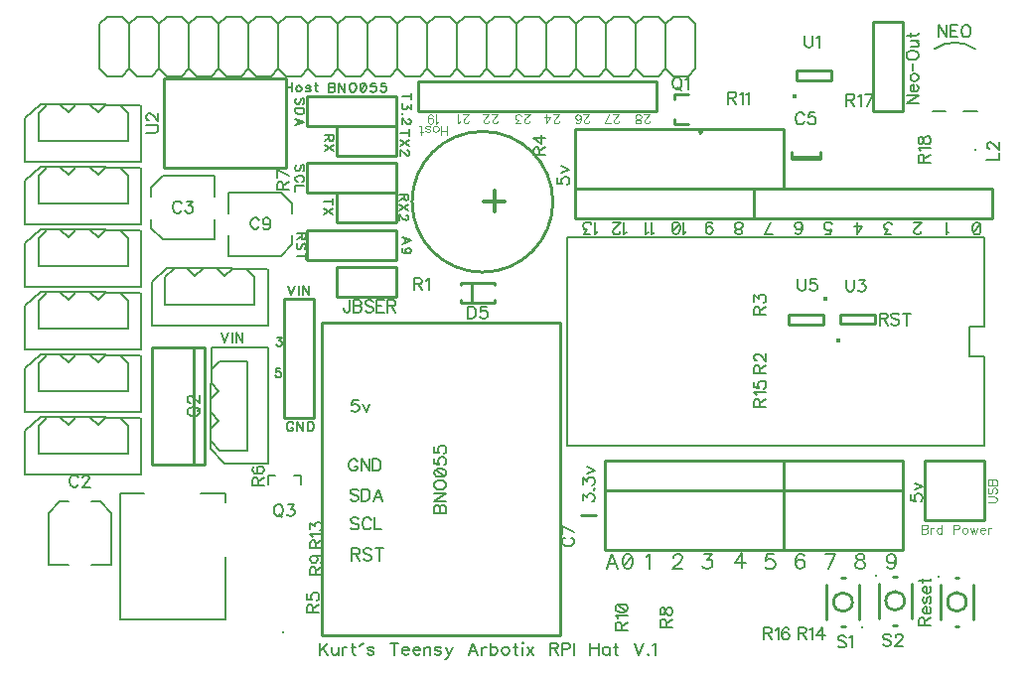
<source format=gto>
G04 DipTrace 3.0.0.0*
G04 TeensyArbotixProRPI.gto*
%MOIN*%
G04 #@! TF.FileFunction,Legend,Top*
G04 #@! TF.Part,Single*
%ADD10C,0.009843*%
%ADD18C,0.008*%
%ADD43C,0.006*%
%ADD44C,0.005*%
%ADD53C,0.011806*%
%ADD58C,0.015401*%
%ADD123C,0.006176*%
%ADD124C,0.00772*%
%ADD125C,0.004632*%
%ADD126C,0.007*%
%ADD127C,0.012351*%
%FSLAX26Y26*%
G04*
G70*
G90*
G75*
G01*
G04 TopSilk*
%LPD*%
X2218701Y1532505D2*
D10*
X1418701D1*
Y482505D1*
X2218701D1*
Y1532505D1*
X713704Y718925D2*
D18*
X644959D1*
X569945D2*
X501200D1*
Y893935D1*
X538707Y931445D1*
X569945D1*
X713704Y718925D2*
Y893935D1*
X676197Y931445D1*
X644959D1*
X1059961Y2024953D2*
Y1956208D1*
Y1881194D2*
Y1812449D1*
X884951D1*
X847441Y1849956D1*
Y1881194D1*
X1059961Y2024953D2*
X884951D1*
X847441Y1987446D1*
Y1956208D1*
X3092918Y2089370D2*
D10*
X2994484D1*
X3092918Y2081921D2*
X2994484D1*
X3092918D2*
Y2105481D1*
X2994484Y2081921D2*
Y2105481D1*
X2288403Y887013D2*
X2339545D1*
X1107441Y1757449D2*
D18*
Y1826194D1*
Y1901208D2*
Y1969953D1*
X1282451D1*
X1319961Y1932446D1*
Y1901208D1*
X1107441Y1757449D2*
X1282451D1*
X1319961Y1794956D1*
Y1826194D1*
X2968701Y968701D2*
D10*
X2368701D1*
Y768701D1*
X2968701D2*
X2368701D1*
X2968701Y968701D2*
Y768701D1*
X2368701Y968701D2*
X2968701D1*
X2368701Y1068701D2*
X2968701D1*
X2368701Y968701D2*
Y1068701D1*
X2968701Y968701D2*
Y1068701D1*
X3368701Y968701D2*
X2968701D1*
X3368701Y768701D2*
X2968701D1*
X3368701Y968701D2*
Y768701D1*
X2968701Y968701D2*
Y768701D1*
X3368701Y968701D2*
Y1068701D1*
X2968701Y968701D2*
X3368701D1*
X2968701Y1068701D2*
X3368701D1*
X2968701Y968701D2*
Y1068701D1*
Y1983701D2*
Y2183701D1*
X2268701Y1983701D2*
Y2183701D1*
X2968701D1*
X2268701Y1983701D2*
X2968701D1*
X3368701Y2243701D2*
X3268701D1*
Y2543701D1*
X3368701D2*
X3268701D1*
X3368701Y2243701D2*
Y2543701D1*
X2000788Y1600236D2*
X1886614D1*
X2000788Y1667166D2*
X1886614D1*
X2000788Y1608134D2*
Y1600236D1*
Y1667166D2*
Y1659268D1*
X1886614Y1608134D2*
Y1600236D1*
Y1667166D2*
Y1659268D1*
X1924016Y1667166D2*
Y1600236D1*
X1095856Y958072D2*
D18*
X1013168D1*
X1095856Y536798D2*
Y745449D1*
Y958072D2*
Y930525D1*
X741536Y536798D2*
Y958072D1*
X824224D1*
X741536Y536798D2*
X1095856D1*
X1393701Y1612126D2*
D10*
X1293701D1*
X1393701Y1212126D2*
Y1612126D1*
X1293701Y1212126D2*
Y1612126D1*
X1393701Y1212126D2*
X1293701D1*
X3443701Y1068701D2*
X3643701D1*
X3443701Y868701D2*
Y1068701D1*
X3643701Y868701D2*
Y1068701D1*
X3443701Y868701D2*
X3643701D1*
X673229Y2385630D2*
D43*
X698229Y2360630D1*
X748229D1*
X773229Y2385630D1*
X798229Y2360630D1*
X848229D1*
X873229Y2385630D1*
X898229Y2360630D1*
X948229D1*
X973229Y2385630D1*
X998229Y2360630D1*
X1048229D1*
X1073229Y2385630D1*
X1098229Y2360630D1*
X1148229D1*
X1173229Y2385630D1*
X1198229Y2360630D1*
X1248229D1*
X1273229Y2385630D1*
X673229D2*
Y2535630D1*
X698229Y2560630D1*
X748229D1*
X773229Y2535630D1*
X798229Y2560630D1*
X848229D1*
X873229Y2535630D1*
X898229Y2560630D1*
X948229D1*
X973229Y2535630D1*
X998229Y2560630D1*
X1048229D1*
X1073229Y2535630D1*
X1098229Y2560630D1*
X1148229D1*
X1173229Y2535630D1*
X1198229Y2560630D1*
X1248229D1*
X1273229Y2535630D1*
X1298229Y2560630D1*
X1348229D1*
X1373229Y2535630D1*
X1398229Y2560630D1*
X1448229D1*
X1473229Y2535630D1*
X1498229Y2560630D1*
X1548229D1*
X1573229Y2535630D1*
X1598229Y2560630D1*
X1648229D1*
X1673229Y2535630D1*
X1698229Y2560630D1*
X1748229D1*
X1773229Y2535630D1*
X1798229Y2560630D1*
X1848229D1*
X1873229Y2535630D2*
X1848229Y2560630D1*
X1873229Y2535630D2*
X1898229Y2560630D1*
X1948229D2*
X1898229D1*
X1948229D2*
X1973229Y2535630D1*
X1998229Y2560630D1*
X2048229D2*
X1998229D1*
X2048229D2*
X2073229Y2535630D1*
X2098229Y2560630D1*
X2148229D2*
X2098229D1*
X2148229D2*
X2173229Y2535630D1*
X2198229Y2560630D1*
X2248229D2*
X2198229D1*
X2248229D2*
X2273229Y2535630D1*
X2298229Y2560630D1*
X2348229D2*
X2298229D1*
X2348229D2*
X2373229Y2535630D1*
X2398229Y2560630D1*
X2448229D2*
X2398229D1*
X2448229D2*
X2473229Y2535630D1*
X2498229Y2560630D1*
X2548229D2*
X2498229D1*
X2548229D2*
X2573229Y2535630D1*
Y2385630D2*
X2548229Y2360630D1*
X2498229D1*
X2473229Y2385630D2*
X2498229Y2360630D1*
X2473229Y2385630D2*
X2448229Y2360630D1*
X2398229D1*
X2373229Y2385630D2*
X2398229Y2360630D1*
X2373229Y2385630D2*
X2348229Y2360630D1*
X2298229D1*
X2273229Y2385630D2*
X2298229Y2360630D1*
X2273229Y2385630D2*
X2248229Y2360630D1*
X2198229D2*
X2248229D1*
X2198229D2*
X2173229Y2385630D1*
X2148229Y2360630D1*
X2098229D2*
X2148229D1*
X2098229D2*
X2073229Y2385630D1*
X2048229Y2360630D1*
X1998229D1*
X1973229Y2385630D2*
X1998229Y2360630D1*
X1973229Y2385630D2*
X1948229Y2360630D1*
X1898229D1*
X1873229Y2385630D2*
X1898229Y2360630D1*
X1873229Y2385630D2*
X1848229Y2360630D1*
X1798229D1*
X1773229Y2385630D2*
X1798229Y2360630D1*
X1773229Y2385630D2*
X1748229Y2360630D1*
X1698229D1*
X1673229Y2385630D2*
X1698229Y2360630D1*
X1673229Y2385630D2*
X1648229Y2360630D1*
X1598229D1*
X1573229Y2385630D2*
X1598229Y2360630D1*
X1573229Y2385630D2*
X1548229Y2360630D1*
X1498229D1*
X1473229Y2385630D2*
X1498229Y2360630D1*
X1473229Y2385630D2*
X1448229Y2360630D1*
X1398229D1*
X1373229Y2385630D2*
X1398229Y2360630D1*
X1373229Y2385630D2*
X1348229Y2360630D1*
X1298229D1*
X1273229Y2385630D2*
X1298229Y2360630D1*
X773229Y2535630D2*
Y2385630D1*
X873229Y2535630D2*
Y2385630D1*
X973229Y2535630D2*
Y2385630D1*
X1073229Y2535630D2*
Y2385630D1*
X1173229Y2535630D2*
Y2385630D1*
X1273229Y2535630D2*
Y2385630D1*
X1373229Y2535630D2*
Y2385630D1*
X1473229Y2535630D2*
Y2385630D1*
X1573229Y2535630D2*
Y2385630D1*
X1673229Y2535630D2*
Y2385630D1*
X1773229Y2535630D2*
Y2385630D1*
X1873229Y2535630D2*
Y2385630D1*
X1973229Y2535630D2*
Y2385630D1*
X2073229Y2535630D2*
Y2385630D1*
X2173229Y2535630D2*
Y2385630D1*
X2273229Y2535630D2*
Y2385630D1*
X2373229Y2535630D2*
Y2385630D1*
X2473229Y2535630D2*
Y2385630D1*
X2573229Y2535630D2*
Y2385630D1*
Y2535630D2*
X2598229Y2560630D1*
X2648229D2*
X2598229D1*
X2648229D2*
X2673229Y2535630D1*
Y2385630D2*
X2648229Y2360630D1*
X2598229D1*
X2573229Y2385630D2*
X2598229Y2360630D1*
X2673229Y2535630D2*
Y2385630D1*
X423819Y1861654D2*
D44*
X813583D1*
Y2054566D1*
X694705Y2054701D2*
X644698D1*
X594692D1*
X544685D1*
X494717D1*
X475385Y2054682D1*
X423819Y2011265D1*
Y1861654D1*
X543710Y2053697D2*
X568694Y2028698D1*
X593717Y2053697D1*
X643685Y2054566D2*
X668708Y2030705D1*
X693692Y2054566D1*
X743698D1*
X810426D1*
X742685Y2052693D2*
X768682Y2027694D1*
X768721Y1933699D1*
X468681D1*
X468720Y2026709D1*
X496705Y2051709D1*
X423819Y1651654D2*
X813583D1*
Y1844566D1*
X694705Y1844701D2*
X644698D1*
X594692D1*
X544685D1*
X494717D1*
X475385Y1844682D1*
X423819Y1801265D1*
Y1651654D1*
X543710Y1843697D2*
X568694Y1818698D1*
X593717Y1843697D1*
X643685Y1844566D2*
X668708Y1820705D1*
X693692Y1844566D1*
X743698D1*
X810426D1*
X742685Y1842693D2*
X768682Y1817694D1*
X768721Y1723699D1*
X468681D1*
X468720Y1816709D1*
X496705Y1841709D1*
X423819Y1441654D2*
X813583D1*
Y1634566D1*
X694705Y1634701D2*
X644698D1*
X594692D1*
X544685D1*
X494717D1*
X475385Y1634682D1*
X423819Y1591265D1*
Y1441654D1*
X543710Y1633697D2*
X568694Y1608698D1*
X593717Y1633697D1*
X643685Y1634566D2*
X668708Y1610705D1*
X693692Y1634566D1*
X743698D1*
X810426D1*
X742685Y1632693D2*
X768682Y1607694D1*
X768721Y1513699D1*
X468681D1*
X468720Y1606709D1*
X496705Y1631709D1*
X423819Y1231654D2*
X813583D1*
Y1424566D1*
X694705Y1424701D2*
X644698D1*
X594692D1*
X544685D1*
X494717D1*
X475385Y1424682D1*
X423819Y1381265D1*
Y1231654D1*
X543710Y1423697D2*
X568694Y1398698D1*
X593717Y1423697D1*
X643685Y1424566D2*
X668708Y1400705D1*
X693692Y1424566D1*
X743698D1*
X810426D1*
X742685Y1422693D2*
X768682Y1397694D1*
X768721Y1303699D1*
X468681D1*
X468720Y1396709D1*
X496705Y1421709D1*
X423819Y1021654D2*
X813583D1*
Y1214566D1*
X694705Y1214701D2*
X644698D1*
X594692D1*
X544685D1*
X494717D1*
X475385Y1214682D1*
X423819Y1171265D1*
Y1021654D1*
X543710Y1213697D2*
X568694Y1188698D1*
X593717Y1213697D1*
X643685Y1214566D2*
X668708Y1190705D1*
X693692Y1214566D1*
X743698D1*
X810426D1*
X742685Y1212693D2*
X768682Y1187694D1*
X768721Y1093699D1*
X468681D1*
X468720Y1186709D1*
X496705Y1211709D1*
X423819Y2071654D2*
X813583D1*
Y2264566D1*
X694705Y2264701D2*
X644698D1*
X594692D1*
X544685D1*
X494717D1*
X475385Y2264682D1*
X423819Y2221265D1*
Y2071654D1*
X543710Y2263697D2*
X568694Y2238698D1*
X593717Y2263697D1*
X643685Y2264566D2*
X668708Y2240705D1*
X693692Y2264566D1*
X743698D1*
X810426D1*
X742685Y2262693D2*
X768682Y2237694D1*
X768721Y2143699D1*
X468681D1*
X468720Y2236709D1*
X496705Y2261709D1*
X848819Y1521654D2*
X1238583D1*
Y1714566D1*
X1119705Y1714701D2*
X1069698D1*
X1019692D1*
X969685D1*
X919717D1*
X900385Y1714682D1*
X848819Y1671265D1*
Y1521654D1*
X968710Y1713697D2*
X993694Y1688698D1*
X1018717Y1713697D1*
X1068685Y1714566D2*
X1093708Y1690705D1*
X1118692Y1714566D1*
X1168698D1*
X1235426D1*
X1167685Y1712693D2*
X1193682Y1687694D1*
X1193721Y1593699D1*
X893681D1*
X893720Y1686709D1*
X921705Y1711709D1*
X1240748Y1058819D2*
Y1448583D1*
X1047836D1*
X1047701Y1329705D2*
Y1279698D1*
Y1229692D1*
Y1179685D1*
Y1129717D1*
X1047720Y1110385D1*
X1091137Y1058819D1*
X1240748D1*
X1048705Y1178710D2*
X1073704Y1203694D1*
X1048705Y1228717D1*
X1047836Y1278685D2*
X1071697Y1303708D1*
X1047836Y1328692D1*
Y1378698D1*
Y1445426D1*
X1049709Y1377685D2*
X1074708Y1403682D1*
X1168703Y1403721D1*
Y1103681D1*
X1075693Y1103720D1*
X1050693Y1131705D1*
X1668701Y1618701D2*
D10*
Y1718701D1*
X1468701Y1618701D2*
X1668701D1*
X1468701D2*
Y1718701D1*
X1668701D1*
X3668701Y1883701D2*
X2868701D1*
X3668701Y1983701D2*
Y1883701D1*
Y1983701D2*
X2868701D1*
Y1883701D1*
Y1983701D2*
X2268701D1*
X2868701Y1883701D2*
X2268701D1*
X2868701Y1983701D2*
Y1883701D1*
X2268701Y1983701D2*
Y1883701D1*
X1743701Y2343701D2*
X2543701D1*
X1743701Y2243701D2*
Y2343701D1*
Y2243701D2*
X2543701D1*
Y2343701D1*
X1368701Y1743701D2*
Y1843701D1*
X1668701D1*
Y1743701D2*
Y1843701D1*
X1368701Y1743701D2*
X1668701D1*
X1468701Y1968701D2*
Y1868701D1*
X1668701Y1968701D2*
X1468701D1*
X1668701D2*
Y1868701D1*
X1468701D1*
X1368701Y1968701D2*
Y2068701D1*
X1668701D1*
Y1968701D2*
Y2068701D1*
X1368701Y1968701D2*
X1668701D1*
X1368701Y2193701D2*
Y2293701D1*
X1668701D1*
Y2193701D2*
Y2293701D1*
X1368701Y2193701D2*
X1668701D1*
X1468701D2*
Y2093701D1*
X1668701Y2193701D2*
X1468701D1*
X1668701D2*
Y2093701D1*
X1468701D1*
G36*
X3609005Y2109975D2*
X3616879D1*
Y2117849D1*
X3609005D1*
Y2109975D1*
G37*
X3618701Y2243707D2*
D44*
X3573701D1*
X3468701D2*
X3513701D1*
X3474701Y2451713D2*
G02X3612701Y2451713I69000J-97267D01*
G01*
G36*
X1293701Y489764D2*
X1285828D1*
Y497638D1*
X1293701D1*
Y489764D1*
G37*
X2690662Y2178225D2*
D10*
G02X2690662Y2178225I0J-4922D01*
G01*
X2649323Y2299326D2*
X2604126D1*
X2649323Y2198858D2*
X2604126D1*
Y2216659D1*
Y2281525D2*
Y2299326D1*
X1025000Y1450551D2*
X847835D1*
Y1056851D1*
X1025000D1*
Y1450551D1*
X989567D2*
Y1056851D1*
X1262207Y1021264D2*
D18*
X1238586D1*
Y989764D1*
X1325195Y1021264D2*
X1348816D1*
Y989764D1*
X3519447Y595092D2*
D10*
G02X3519447Y595092I31494J0D01*
G01*
X3606059Y536037D2*
Y654147D1*
X3495822Y536037D2*
Y555722D1*
Y654147D1*
X3545031Y512415D2*
X3556850D1*
X3545031Y677769D2*
X3556850D1*
D53*
X3487947Y679738D3*
X3137208Y594390D2*
D10*
G02X3137208Y594390I31494J0D01*
G01*
X3113583Y653445D2*
Y535335D1*
X3223820Y653445D2*
Y633760D1*
Y535335D1*
X3174611Y677067D2*
X3162792D1*
X3174611Y511713D2*
X3162792D1*
D53*
X3231695Y509744D3*
X3312207Y598578D2*
D10*
G02X3312207Y598578I31494J0D01*
G01*
X3398819Y539523D2*
Y657633D1*
X3288582Y539523D2*
Y559208D1*
Y657633D1*
X3337791Y515900D2*
X3349610D1*
X3337791Y681255D2*
X3349610D1*
D53*
X3280707Y683223D3*
X1722445Y1938713D2*
D10*
G02X1722445Y1938713I236239J0D01*
G01*
D58*
X3006312Y2293182D3*
X3011575Y2347247D2*
D10*
X3129683D1*
X3011575Y2378738D2*
X3129683D1*
Y2347247D2*
Y2378738D1*
X3011575Y2347247D2*
Y2378738D1*
X1298701Y2053701D2*
X888701D1*
Y2353701D1*
X1298701D1*
Y2053701D1*
D58*
X3154386Y1473926D3*
X3159648Y1527992D2*
D10*
X3277756D1*
X3159648Y1559482D2*
X3277756D1*
Y1527992D2*
Y1559482D1*
X3159648Y1527992D2*
Y1559482D1*
X3593721Y1518681D2*
D18*
Y1418721D1*
X3643701D1*
Y1118701D1*
X2243701D1*
Y1818701D1*
X3643701D1*
Y1518681D1*
X3593721D1*
D58*
X3108016Y1613476D3*
X3102754Y1559410D2*
D10*
X2984646D1*
X3102754Y1527920D2*
X2984646D1*
Y1559410D2*
Y1527920D1*
X3102754Y1559410D2*
Y1527920D1*
X1796195Y894342D2*
D123*
X1836387D1*
Y911586D1*
X1834442Y917334D1*
X1832541Y919235D1*
X1828738Y921136D1*
X1822990D1*
X1819143Y919235D1*
X1817242Y917334D1*
X1815341Y911586D1*
X1813395Y917334D1*
X1811494Y919235D1*
X1807691Y921136D1*
X1803845D1*
X1800042Y919235D1*
X1798097Y917334D1*
X1796195Y911586D1*
Y894342D1*
X1815341D2*
Y911586D1*
X1796195Y960282D2*
X1836387D1*
X1796195Y933488D1*
X1836387D1*
X1796195Y984130D2*
X1798097Y980283D1*
X1801943Y976481D1*
X1805746Y974535D1*
X1811494Y972634D1*
X1821089D1*
X1826792Y974535D1*
X1830639Y976481D1*
X1834442Y980283D1*
X1836387Y984130D1*
Y991779D1*
X1834442Y995582D1*
X1830639Y999428D1*
X1826792Y1001330D1*
X1821089Y1003231D1*
X1811494D1*
X1805746Y1001330D1*
X1801943Y999429D1*
X1798097Y995582D1*
X1796195Y991779D1*
Y984130D1*
X1796240Y1027079D2*
X1798141Y1021330D1*
X1803889Y1017484D1*
X1813439Y1015582D1*
X1819187D1*
X1828738Y1017484D1*
X1834486Y1021330D1*
X1836387Y1027078D1*
Y1030881D1*
X1834486Y1036629D1*
X1828738Y1040432D1*
X1819187Y1042377D1*
X1813439D1*
X1803889Y1040432D1*
X1798141Y1036629D1*
X1796240Y1030881D1*
Y1027079D1*
X1803889Y1040432D2*
X1828738Y1017484D1*
X1796239Y1077676D2*
X1796240Y1058575D1*
X1813439Y1056674D1*
X1811538Y1058575D1*
X1809593Y1064323D1*
Y1070027D1*
X1811538Y1075775D1*
X1815341Y1079622D1*
X1821089Y1081523D1*
X1824891D1*
X1830639Y1079622D1*
X1834486Y1075775D1*
X1836387Y1070027D1*
Y1064323D1*
X1834486Y1058575D1*
X1832541Y1056674D1*
X1828738Y1054729D1*
X1796239Y1116822D2*
Y1097721D1*
X1813439Y1095820D1*
X1811538Y1097721D1*
X1809593Y1103469D1*
Y1109173D1*
X1811538Y1114921D1*
X1815341Y1118768D1*
X1821089Y1120669D1*
X1824891D1*
X1830639Y1118768D1*
X1834486Y1114921D1*
X1836387Y1109173D1*
Y1103469D1*
X1834486Y1097721D1*
X1832541Y1095820D1*
X1828738Y1093875D1*
X602227Y1011713D2*
X600325Y1015516D1*
X596479Y1019362D1*
X592676Y1021264D1*
X585027D1*
X581180Y1019362D1*
X577377Y1015516D1*
X575432Y1011713D1*
X573531Y1005965D1*
Y996370D1*
X575432Y990666D1*
X577377Y986820D1*
X581180Y983017D1*
X585027Y981072D1*
X592676D1*
X596479Y983017D1*
X600325Y986820D1*
X602227Y990666D1*
X616523Y1011669D2*
Y1013570D1*
X618425Y1017417D1*
X620326Y1019318D1*
X624173Y1021219D1*
X631822D1*
X635625Y1019318D1*
X637526Y1017417D1*
X639471Y1013570D1*
Y1009768D1*
X637526Y1005921D1*
X633723Y1000217D1*
X614578Y981072D1*
X641373D1*
X948476Y1931656D2*
X946575Y1935459D1*
X942728Y1939305D1*
X938925Y1941207D1*
X931276D1*
X927429Y1939305D1*
X923627Y1935459D1*
X921681Y1931656D1*
X919780Y1925908D1*
Y1916313D1*
X921681Y1910610D1*
X923627Y1906763D1*
X927429Y1902960D1*
X931276Y1901015D1*
X938925D1*
X942728Y1902960D1*
X946575Y1906763D1*
X948476Y1910610D1*
X964674Y1941163D2*
X985677D1*
X974225Y1925864D1*
X979973D1*
X983775Y1923963D1*
X985677Y1922061D1*
X987622Y1916313D1*
Y1912511D1*
X985677Y1906763D1*
X981874Y1902916D1*
X976126Y1901015D1*
X970378D1*
X964674Y1902916D1*
X962773Y1904862D1*
X960827Y1908664D1*
X3038476Y2229343D2*
X3036575Y2233146D1*
X3032728Y2236992D1*
X3028925Y2238894D1*
X3021276D1*
X3017429Y2236992D1*
X3013627Y2233146D1*
X3011681Y2229343D1*
X3009780Y2223595D1*
Y2214000D1*
X3011681Y2208296D1*
X3013627Y2204450D1*
X3017429Y2200647D1*
X3021276Y2198702D1*
X3028925D1*
X3032728Y2200647D1*
X3036575Y2204450D1*
X3038476Y2208296D1*
X3073775Y2238849D2*
X3054674D1*
X3052773Y2221650D1*
X3054674Y2223551D1*
X3060422Y2225496D1*
X3066126D1*
X3071874Y2223551D1*
X3075721Y2219748D1*
X3077622Y2214000D1*
Y2210198D1*
X3075721Y2204450D1*
X3071874Y2200603D1*
X3066126Y2198702D1*
X3060422D1*
X3054674Y2200603D1*
X3052773Y2202548D1*
X3050827Y2206351D1*
X2235419Y810912D2*
X2231616Y809010D1*
X2227769Y805164D1*
X2225868Y801361D1*
Y793712D1*
X2227769Y789865D1*
X2231616Y786063D1*
X2235419Y784117D1*
X2241167Y782216D1*
X2250761D1*
X2256465Y784117D1*
X2260312Y786063D1*
X2264115Y789865D1*
X2266060Y793712D1*
Y801361D1*
X2264115Y805164D1*
X2260312Y809010D1*
X2256465Y810912D1*
X2266060Y830912D2*
X2225912Y850058D1*
Y823263D1*
X1209427Y1876656D2*
X1207525Y1880459D1*
X1203679Y1884305D1*
X1199876Y1886207D1*
X1192227D1*
X1188380Y1884305D1*
X1184577Y1880459D1*
X1182632Y1876656D1*
X1180731Y1870908D1*
Y1861313D1*
X1182632Y1855610D1*
X1184577Y1851763D1*
X1188380Y1847960D1*
X1192227Y1846015D1*
X1199876D1*
X1203679Y1847960D1*
X1207525Y1851763D1*
X1209427Y1855610D1*
X1246671Y1872809D2*
X1244726Y1867061D1*
X1240923Y1863215D1*
X1235175Y1861313D1*
X1233274D1*
X1227526Y1863215D1*
X1223723Y1867061D1*
X1221778Y1872809D1*
Y1874711D1*
X1223723Y1880459D1*
X1227526Y1884261D1*
X1233274Y1886163D1*
X1235175D1*
X1240923Y1884261D1*
X1244726Y1880459D1*
X1246671Y1872809D1*
Y1863215D1*
X1244726Y1853664D1*
X1240923Y1847916D1*
X1235175Y1846015D1*
X1231373D1*
X1225625Y1847916D1*
X1223723Y1851763D1*
X1910731Y1586669D2*
Y1546477D1*
X1924128D1*
X1929876Y1548423D1*
X1933723Y1552226D1*
X1935624Y1556072D1*
X1937525Y1561776D1*
Y1571371D1*
X1935624Y1577119D1*
X1933723Y1580921D1*
X1929876Y1584768D1*
X1924128Y1586669D1*
X1910731D1*
X1972825Y1586625D2*
X1953723D1*
X1951822Y1569425D1*
X1953723Y1571327D1*
X1959471Y1573272D1*
X1965175D1*
X1970923Y1571327D1*
X1974770Y1567524D1*
X1976671Y1561776D1*
Y1557974D1*
X1974770Y1552226D1*
X1970923Y1548379D1*
X1965175Y1546477D1*
X1959471D1*
X1953723Y1548379D1*
X1951822Y1550324D1*
X1949877Y1554127D1*
X1513070Y1608134D2*
Y1577537D1*
X1511169Y1571789D1*
X1509223Y1569888D1*
X1505420Y1567942D1*
X1501574D1*
X1497771Y1569888D1*
X1495870Y1571789D1*
X1493924Y1577537D1*
Y1581339D1*
X1525421Y1608134D2*
Y1567942D1*
X1542665D1*
X1548413Y1569888D1*
X1550315Y1571789D1*
X1552216Y1575591D1*
Y1581339D1*
X1550315Y1585186D1*
X1548413Y1587087D1*
X1542665Y1588989D1*
X1548413Y1590934D1*
X1550315Y1592835D1*
X1552216Y1596638D1*
Y1600485D1*
X1550315Y1604287D1*
X1548413Y1606233D1*
X1542665Y1608134D1*
X1525421D1*
Y1588989D2*
X1542665D1*
X1591362Y1602386D2*
X1587559Y1606233D1*
X1581811Y1608134D1*
X1574162D1*
X1568414Y1606233D1*
X1564567Y1602386D1*
Y1598583D1*
X1566513Y1594737D1*
X1568414Y1592835D1*
X1572217Y1590934D1*
X1583713Y1587087D1*
X1587559Y1585186D1*
X1589461Y1583241D1*
X1591362Y1579438D1*
Y1573690D1*
X1587559Y1569888D1*
X1581811Y1567942D1*
X1574162D1*
X1568414Y1569888D1*
X1564567Y1573690D1*
X1628562Y1608134D2*
X1603713D1*
Y1567942D1*
X1628562D1*
X1603713Y1588989D2*
X1619012D1*
X1640914D2*
X1658114D1*
X1663862Y1590934D1*
X1665807Y1592835D1*
X1667709Y1596638D1*
Y1600485D1*
X1665807Y1604287D1*
X1663862Y1606233D1*
X1658114Y1608134D1*
X1640914D1*
Y1567942D1*
X1654311Y1588989D2*
X1667709Y1567942D1*
X3651116Y2078928D2*
X3691308D1*
Y2101876D1*
X3660711Y2116173D2*
X3658809D1*
X3654963Y2118074D1*
X3653061Y2119976D1*
X3651160Y2123822D1*
Y2131472D1*
X3653061Y2135274D1*
X3654963Y2137176D1*
X3658809Y2139121D1*
X3662612D1*
X3666459Y2137176D1*
X3672162Y2133373D1*
X3691308Y2114228D1*
Y2141022D1*
X3517024Y2532279D2*
Y2492087D1*
X3490229Y2532279D1*
Y2492087D1*
X3554224Y2532279D2*
X3529375D1*
Y2492087D1*
X3554224D1*
X3529375Y2513134D2*
X3544674D1*
X3578072Y2532279D2*
X3574225Y2530378D1*
X3570422Y2526531D1*
X3568477Y2522729D1*
X3566576Y2516981D1*
Y2507386D1*
X3568477Y2501682D1*
X3570422Y2497835D1*
X3574225Y2494033D1*
X3578072Y2492087D1*
X3585721D1*
X3589524Y2494033D1*
X3593370Y2497835D1*
X3595272Y2501682D1*
X3597173Y2507386D1*
Y2516981D1*
X3595272Y2522729D1*
X3593370Y2526531D1*
X3589524Y2530378D1*
X3585721Y2532279D1*
X3578072D1*
X2608596Y2356815D2*
X2604794Y2354958D1*
X2600947Y2351111D1*
X2599046Y2347264D1*
X2597100Y2341516D1*
Y2331966D1*
X2599046Y2326218D1*
X2600947Y2322415D1*
X2604794Y2318568D1*
X2608596Y2316667D1*
X2616245D1*
X2620092Y2318568D1*
X2623895Y2322415D1*
X2625796Y2326218D1*
X2627742Y2331966D1*
Y2341516D1*
X2625796Y2347264D1*
X2623895Y2351111D1*
X2620092Y2354958D1*
X2616245Y2356815D1*
X2608596D1*
X2614344Y2324316D2*
X2625796Y2312820D1*
X2640093Y2349121D2*
X2643940Y2351067D1*
X2649688Y2356771D1*
Y2316623D1*
X968910Y1230303D2*
X970768Y1226501D1*
X974614Y1222654D1*
X978461Y1220753D1*
X984209Y1218807D1*
X993760D1*
X999508Y1220753D1*
X1003310Y1222654D1*
X1007157Y1226501D1*
X1009058Y1230303D1*
Y1237953D1*
X1007157Y1241799D1*
X1003310Y1245602D1*
X999508Y1247503D1*
X993760Y1249449D1*
X984209D1*
X978461Y1247503D1*
X974614Y1245602D1*
X970768Y1241799D1*
X968911Y1237953D1*
X968910Y1230303D1*
X1001409Y1236051D2*
X1012905Y1247503D1*
X978505Y1263746D2*
X976604D1*
X972757Y1265647D1*
X970856Y1267548D1*
X968955Y1271395D1*
Y1279044D1*
X970856Y1282847D1*
X972757Y1284748D1*
X976604Y1286694D1*
X980407D1*
X984253Y1284748D1*
X989957Y1280945D1*
X1009103Y1261800D1*
Y1288595D1*
X1270303Y923047D2*
X1266501Y921190D1*
X1262654Y917344D1*
X1260753Y913497D1*
X1258807Y907749D1*
Y898198D1*
X1260753Y892450D1*
X1262654Y888648D1*
X1266501Y884801D1*
X1270303Y882900D1*
X1277953D1*
X1281799Y884801D1*
X1285602Y888648D1*
X1287503Y892450D1*
X1289449Y898198D1*
Y907749D1*
X1287503Y913497D1*
X1285602Y917344D1*
X1281799Y921190D1*
X1277953Y923047D1*
X1270303D1*
X1276051Y890549D2*
X1287503Y879053D1*
X1305647Y923003D2*
X1326649D1*
X1315197Y907705D1*
X1320945D1*
X1324748Y905803D1*
X1326649Y903902D1*
X1328595Y898154D1*
Y894351D1*
X1326649Y888603D1*
X1322847Y884757D1*
X1317099Y882855D1*
X1311351D1*
X1305647Y884757D1*
X1303746Y886702D1*
X1301800Y890505D1*
X1729331Y1662662D2*
X1746530D1*
X1752278Y1664607D1*
X1754224Y1666508D1*
X1756125Y1670311D1*
Y1674158D1*
X1754224Y1677960D1*
X1752278Y1679906D1*
X1746530Y1681807D1*
X1729331D1*
Y1641615D1*
X1742728Y1662662D2*
X1756125Y1641615D1*
X1768477Y1674114D2*
X1772323Y1676059D1*
X1778071Y1681763D1*
Y1641615D1*
X2889451Y1363638D2*
Y1380837D1*
X2887506Y1386585D1*
X2885605Y1388531D1*
X2881802Y1390432D1*
X2877955D1*
X2874153Y1388531D1*
X2872207Y1386585D1*
X2870306Y1380837D1*
Y1363638D1*
X2910498D1*
X2889451Y1377035D2*
X2910498Y1390432D1*
X2879901Y1404729D2*
X2878000D1*
X2874153Y1406630D1*
X2872252Y1408532D1*
X2870350Y1412378D1*
Y1420028D1*
X2872252Y1423830D1*
X2874153Y1425731D1*
X2878000Y1427677D1*
X2881802D1*
X2885649Y1425731D1*
X2891353Y1421929D1*
X2910498Y1402784D1*
Y1429578D1*
X2889405Y1560731D2*
Y1577931D1*
X2887460Y1583679D1*
X2885559Y1585624D1*
X2881756Y1587525D1*
X2877909D1*
X2874107Y1585624D1*
X2872161Y1583679D1*
X2870260Y1577931D1*
Y1560731D1*
X2910452D1*
X2889405Y1574128D2*
X2910452Y1587525D1*
X2870304Y1603724D2*
Y1624726D1*
X2885603Y1613274D1*
Y1619022D1*
X2887504Y1622825D1*
X2889406Y1624726D1*
X2895154Y1626671D1*
X2898956D1*
X2904704Y1624726D1*
X2908551Y1620923D1*
X2910452Y1615175D1*
Y1609427D1*
X2908551Y1603723D1*
X2906605Y1601822D1*
X2902803Y1599877D1*
X2149740Y2094780D2*
Y2111980D1*
X2147795Y2117728D1*
X2145894Y2119673D1*
X2142091Y2121575D1*
X2138244D1*
X2134442Y2119673D1*
X2132496Y2117728D1*
X2130595Y2111980D1*
Y2094780D1*
X2170787D1*
X2149740Y2108177D2*
X2170787Y2121575D1*
Y2153071D2*
X2130639D1*
X2157390Y2133926D1*
Y2162622D1*
X1389405Y560731D2*
Y577931D1*
X1387460Y583679D1*
X1385559Y585624D1*
X1381756Y587525D1*
X1377909D1*
X1374107Y585624D1*
X1372161Y583679D1*
X1370260Y577931D1*
Y560731D1*
X1410452D1*
X1389405Y574128D2*
X1410452Y587525D1*
X1370304Y622825D2*
Y603724D1*
X1387504Y601822D1*
X1385603Y603724D1*
X1383657Y609472D1*
Y615175D1*
X1385603Y620923D1*
X1389406Y624770D1*
X1395154Y626671D1*
X1398956D1*
X1404704Y624770D1*
X1408551Y620923D1*
X1410452Y615175D1*
Y609472D1*
X1408551Y603723D1*
X1406605Y601822D1*
X1402803Y599877D1*
X1205073Y986704D2*
Y1003903D1*
X1203128Y1009651D1*
X1201227Y1011597D1*
X1197424Y1013498D1*
X1193577D1*
X1189775Y1011597D1*
X1187829Y1009651D1*
X1185928Y1003903D1*
Y986704D1*
X1226120D1*
X1205073Y1000101D2*
X1226120Y1013498D1*
X1191676Y1048797D2*
X1187874Y1046896D1*
X1185972Y1041148D1*
Y1037346D1*
X1187874Y1031598D1*
X1193622Y1027751D1*
X1203172Y1025850D1*
X1212723Y1025849D1*
X1220372Y1027751D1*
X1224219Y1031597D1*
X1226120Y1037346D1*
Y1039247D1*
X1224219Y1044951D1*
X1220372Y1048797D1*
X1214624Y1050699D1*
X1212723D1*
X1206975Y1048797D1*
X1203172Y1044951D1*
X1201271Y1039247D1*
Y1037346D1*
X1203172Y1031598D1*
X1206975Y1027751D1*
X1212723Y1025849D1*
X1289405Y1980731D2*
Y1997931D1*
X1287460Y2003679D1*
X1285559Y2005624D1*
X1281756Y2007525D1*
X1277909D1*
X1274107Y2005624D1*
X1272161Y2003679D1*
X1270260Y1997931D1*
Y1980731D1*
X1310452D1*
X1289405Y1994128D2*
X1310452Y2007525D1*
Y2027526D2*
X1270304Y2046671D1*
Y2019877D1*
X2574740Y510753D2*
Y527953D1*
X2572795Y533701D1*
X2570894Y535646D1*
X2567091Y537548D1*
X2563244D1*
X2559442Y535646D1*
X2557496Y533701D1*
X2555595Y527953D1*
Y510753D1*
X2595787D1*
X2574740Y524150D2*
X2595787Y537547D1*
X2555639Y559449D2*
X2557541Y553746D1*
X2561343Y551800D1*
X2565190D1*
X2568992Y553746D1*
X2570938Y557548D1*
X2572839Y565197D1*
X2574740Y570945D1*
X2578587Y574748D1*
X2582390Y576649D1*
X2588138D1*
X2591940Y574748D1*
X2593886Y572847D1*
X2595787Y567099D1*
Y559449D1*
X2593886Y553746D1*
X2591940Y551800D1*
X2588138Y549899D1*
X2582390D1*
X2578587Y551800D1*
X2574740Y555647D1*
X2572839Y561351D1*
X2570938Y569000D1*
X2568992Y572847D1*
X2565190Y574748D1*
X2561343D1*
X2557541Y572847D1*
X2555639Y567099D1*
Y559449D1*
X1399405Y686681D2*
Y703881D1*
X1397460Y709629D1*
X1395559Y711575D1*
X1391756Y713476D1*
X1387909D1*
X1384107Y711575D1*
X1382161Y709629D1*
X1380260Y703881D1*
Y686681D1*
X1420452D1*
X1399405Y700079D2*
X1420452Y713476D1*
X1393657Y750721D2*
X1399406Y748775D1*
X1403252Y744973D1*
X1405154Y739225D1*
Y737323D1*
X1403252Y731575D1*
X1399406Y727773D1*
X1393657Y725827D1*
X1391756D1*
X1386008Y727773D1*
X1382206Y731575D1*
X1380304Y737323D1*
Y739225D1*
X1382206Y744973D1*
X1386008Y748775D1*
X1393657Y750721D1*
X1403252D1*
X1412803Y748775D1*
X1418551Y744973D1*
X1420452Y739225D1*
Y735422D1*
X1418551Y729674D1*
X1414704Y727773D1*
X2424740Y499758D2*
Y516958D1*
X2422795Y522706D1*
X2420894Y524651D1*
X2417091Y526552D1*
X2413244D1*
X2409442Y524651D1*
X2407496Y522706D1*
X2405595Y516958D1*
Y499758D1*
X2445787D1*
X2424740Y513155D2*
X2445787Y526552D1*
X2413289Y538904D2*
X2411343Y542750D1*
X2405639Y548498D1*
X2445787D1*
X2405639Y572346D2*
X2407541Y566598D1*
X2413289Y562751D1*
X2422839Y560850D1*
X2428587D1*
X2438138Y562751D1*
X2443886Y566598D1*
X2445787Y572346D1*
Y576148D1*
X2443886Y581896D1*
X2438138Y585699D1*
X2428587Y587644D1*
X2422839D1*
X2413289Y585699D1*
X2407541Y581896D1*
X2405639Y576148D1*
Y572346D1*
X2413289Y585699D2*
X2438138Y562751D1*
X2783357Y2287662D2*
X2800557D1*
X2806305Y2289607D1*
X2808251Y2291508D1*
X2810152Y2295311D1*
Y2299158D1*
X2808251Y2302960D1*
X2806305Y2304906D1*
X2800557Y2306807D1*
X2783357D1*
Y2266615D1*
X2796755Y2287662D2*
X2810152Y2266615D1*
X2822504Y2299114D2*
X2826350Y2301059D1*
X2832098Y2306763D1*
Y2266615D1*
X2844450Y2299114D2*
X2848296Y2301059D1*
X2854045Y2306763D1*
Y2266615D1*
X1399405Y774758D2*
Y791958D1*
X1397460Y797706D1*
X1395559Y799651D1*
X1391756Y801552D1*
X1387909D1*
X1384107Y799651D1*
X1382161Y797706D1*
X1380260Y791958D1*
Y774758D1*
X1420452D1*
X1399405Y788155D2*
X1420452Y801552D1*
X1387954Y813904D2*
X1386008Y817750D1*
X1380304Y823498D1*
X1420452D1*
X1380304Y839697D2*
Y860699D1*
X1395603Y849247D1*
Y854995D1*
X1397504Y858798D1*
X1399405Y860699D1*
X1405154Y862644D1*
X1408956D1*
X1414704Y860699D1*
X1418551Y856896D1*
X1420452Y851148D1*
Y845400D1*
X1418551Y839697D1*
X1416605Y837795D1*
X1412803Y835850D1*
X3018651Y490668D2*
X3035851D1*
X3041599Y492614D1*
X3043544Y494515D1*
X3045445Y498318D1*
Y502165D1*
X3043544Y505967D1*
X3041599Y507913D1*
X3035851Y509814D1*
X3018651D1*
Y469622D1*
X3032048Y490668D2*
X3045445Y469622D1*
X3057797Y502120D2*
X3061644Y504066D1*
X3067392Y509770D1*
Y469622D1*
X3098888D2*
Y509770D1*
X3079743Y483019D1*
X3108439D1*
X2889405Y1249758D2*
Y1266958D1*
X2887460Y1272706D1*
X2885559Y1274651D1*
X2881756Y1276552D1*
X2877909D1*
X2874107Y1274651D1*
X2872161Y1272706D1*
X2870260Y1266958D1*
Y1249758D1*
X2910452D1*
X2889405Y1263155D2*
X2910452Y1276552D1*
X2877954Y1288904D2*
X2876008Y1292750D1*
X2870304Y1298498D1*
X2910452D1*
X2870304Y1333798D2*
Y1314697D1*
X2887504Y1312795D1*
X2885603Y1314697D1*
X2883657Y1320445D1*
Y1326148D1*
X2885603Y1331896D1*
X2889405Y1335743D1*
X2895154Y1337644D1*
X2898956D1*
X2904704Y1335743D1*
X2908551Y1331896D1*
X2910452Y1326148D1*
Y1320445D1*
X2908551Y1314697D1*
X2906605Y1312795D1*
X2902803Y1310850D1*
X2903207Y489810D2*
X2920407D1*
X2926155Y491756D1*
X2928100Y493657D1*
X2930001Y497460D1*
Y501306D1*
X2928100Y505109D1*
X2926155Y507054D1*
X2920407Y508956D1*
X2903207D1*
Y468764D1*
X2916604Y489810D2*
X2930001Y468764D1*
X2942353Y501262D2*
X2946199Y503208D1*
X2951948Y508911D1*
Y468764D1*
X2987247Y503208D2*
X2985346Y507010D1*
X2979598Y508911D1*
X2975795D1*
X2970047Y507010D1*
X2966200Y501262D1*
X2964299Y491711D1*
Y482161D1*
X2966200Y474512D1*
X2970047Y470665D1*
X2975795Y468764D1*
X2977696D1*
X2983400Y470665D1*
X2987247Y474512D1*
X2989148Y480260D1*
Y482161D1*
X2987247Y487909D1*
X2983400Y491711D1*
X2977696Y493613D1*
X2975795D1*
X2970047Y491711D1*
X2966200Y487909D1*
X2964299Y482161D1*
X3180622Y2280911D2*
X3197822D1*
X3203570Y2282857D1*
X3205516Y2284758D1*
X3207417Y2288561D1*
Y2292407D1*
X3205516Y2296210D1*
X3203570Y2298155D1*
X3197822Y2300057D1*
X3180622D1*
Y2259865D1*
X3194020Y2280911D2*
X3207417Y2259865D1*
X3219768Y2292363D2*
X3223615Y2294309D1*
X3229363Y2300012D1*
Y2259865D1*
X3249364D2*
X3268509Y2300012D1*
X3241715D1*
X3441079Y2070406D2*
Y2087606D1*
X3439133Y2093354D1*
X3437232Y2095299D1*
X3433430Y2097200D1*
X3429583D1*
X3425780Y2095299D1*
X3423835Y2093354D1*
X3421934Y2087606D1*
Y2070406D1*
X3462126D1*
X3441079Y2083803D2*
X3462126Y2097200D1*
X3429627Y2109552D2*
X3427682Y2113399D1*
X3421978Y2119147D1*
X3462126Y2119146D1*
X3421978Y2141049D2*
X3423879Y2135345D1*
X3427682Y2133399D1*
X3431528D1*
X3435331Y2135345D1*
X3437276Y2139147D1*
X3439178Y2146797D1*
X3441079Y2152545D1*
X3444926Y2156347D1*
X3448728Y2158248D1*
X3454476D1*
X3458279Y2156347D1*
X3460224Y2154446D1*
X3462126Y2148698D1*
Y2141048D1*
X3460224Y2135345D1*
X3458279Y2133399D1*
X3454476Y2131498D1*
X3448728D1*
X3444926Y2133399D1*
X3441079Y2137246D1*
X3439178Y2142950D1*
X3437276Y2150599D1*
X3435331Y2154446D1*
X3431528Y2156347D1*
X3427682D1*
X3423879Y2154446D1*
X3421978Y2148698D1*
Y2141049D1*
X3442610Y515872D2*
Y533071D1*
X3440665Y538819D1*
X3438764Y540765D1*
X3434961Y542666D1*
X3431114D1*
X3427312Y540765D1*
X3425366Y538819D1*
X3423465Y533071D1*
Y515872D1*
X3463657D1*
X3442610Y529269D2*
X3463657Y542666D1*
X3448359Y555018D2*
Y577965D1*
X3444512D1*
X3440665Y576064D1*
X3438764Y574163D1*
X3436862Y570316D1*
Y564568D1*
X3438764Y560766D1*
X3442610Y556919D1*
X3448359Y555018D1*
X3452161D1*
X3457909Y556919D1*
X3461712Y560766D1*
X3463657Y564568D1*
Y570316D1*
X3461712Y574163D1*
X3457909Y577965D1*
X3442610Y611363D2*
X3438764Y609462D1*
X3436862Y603714D1*
Y597966D1*
X3438764Y592218D1*
X3442610Y590317D1*
X3446413Y592218D1*
X3448359Y596065D1*
X3450260Y605615D1*
X3452161Y609462D1*
X3456008Y611363D1*
X3457909D1*
X3461712Y609462D1*
X3463657Y603714D1*
Y597966D1*
X3461712Y592218D1*
X3457909Y590317D1*
X3448358Y623715D2*
Y646663D1*
X3444512D1*
X3440665Y644761D1*
X3438764Y642860D1*
X3436862Y639013D1*
Y633265D1*
X3438764Y629463D1*
X3442610Y625616D1*
X3448358Y623715D1*
X3452161D1*
X3457909Y625616D1*
X3461712Y629463D1*
X3463657Y633265D1*
Y639013D1*
X3461712Y642860D1*
X3457909Y646663D1*
X3423465Y664762D2*
X3456008D1*
X3461712Y666663D1*
X3463657Y670510D1*
Y674313D1*
X3436862Y659014D2*
Y672411D1*
X3291158Y1545134D2*
X3308357D1*
X3314106Y1547080D1*
X3316051Y1548981D1*
X3317952Y1552783D1*
Y1556630D1*
X3316051Y1560433D1*
X3314106Y1562378D1*
X3308357Y1564279D1*
X3291158D1*
Y1524087D1*
X3304555Y1545134D2*
X3317952Y1524087D1*
X3357098Y1558531D2*
X3353296Y1562378D1*
X3347548Y1564279D1*
X3339898D1*
X3334150Y1562378D1*
X3330304Y1558531D1*
Y1554729D1*
X3332249Y1550882D1*
X3334150Y1548981D1*
X3337953Y1547080D1*
X3349449Y1543233D1*
X3353296Y1541332D1*
X3355197Y1539386D1*
X3357098Y1535584D1*
Y1529835D1*
X3353296Y1526033D1*
X3347548Y1524087D1*
X3339898D1*
X3334150Y1526033D1*
X3330304Y1529835D1*
X3382847Y1564279D2*
Y1524087D1*
X3369450Y1564279D2*
X3396244D1*
X3178015Y476650D2*
X3174212Y480497D1*
X3168464Y482398D1*
X3160815D1*
X3155067Y480497D1*
X3151220Y476650D1*
Y472847D1*
X3153166Y469000D1*
X3155067Y467099D1*
X3158870Y465198D1*
X3170366Y461351D1*
X3174212Y459450D1*
X3176114Y457504D1*
X3178015Y453702D1*
Y447954D1*
X3174212Y444151D1*
X3168464Y442206D1*
X3160815D1*
X3155067Y444151D1*
X3151220Y447954D1*
X3190366Y474704D2*
X3194213Y476650D1*
X3199961Y482354D1*
Y442206D1*
X3330636Y480837D2*
X3326833Y484684D1*
X3321085Y486585D1*
X3313436D1*
X3307688Y484684D1*
X3303841Y480837D1*
Y477035D1*
X3305786Y473188D1*
X3307688Y471287D1*
X3311490Y469386D1*
X3322986Y465539D1*
X3326833Y463638D1*
X3328734Y461692D1*
X3330636Y457890D1*
Y452142D1*
X3326833Y448339D1*
X3321085Y446393D1*
X3313436D1*
X3307688Y448339D1*
X3303841Y452142D1*
X3344932Y476991D2*
Y478892D1*
X3346834Y482739D1*
X3348735Y484640D1*
X3352582Y486541D1*
X3360231D1*
X3364034Y484640D1*
X3365935Y482739D1*
X3367880Y478892D1*
Y475089D1*
X3365935Y471243D1*
X3362132Y465539D1*
X3342987Y446393D1*
X3369782D1*
X3039777Y2496339D2*
Y2467643D1*
X3041678Y2461895D1*
X3045525Y2458092D1*
X3051273Y2456147D1*
X3055075D1*
X3060823Y2458092D1*
X3064670Y2461895D1*
X3066571Y2467643D1*
Y2496339D1*
X3078923Y2488645D2*
X3082770Y2490590D1*
X3088518Y2496294D1*
Y2456147D1*
X830123Y2170731D2*
X858818D1*
X864567Y2172632D1*
X868369Y2176479D1*
X870315Y2182227D1*
Y2186029D1*
X868369Y2191777D1*
X864567Y2195624D1*
X858819Y2197525D1*
X830123D1*
X839717Y2211822D2*
X837816D1*
X833969Y2213724D1*
X832068Y2215625D1*
X830167Y2219472D1*
Y2227121D1*
X832068Y2230923D1*
X833969Y2232825D1*
X837816Y2234770D1*
X841619D1*
X845465Y2232825D1*
X851169Y2229022D1*
X870315Y2209877D1*
Y2236671D1*
X3179250Y1677083D2*
Y1648387D1*
X3181152Y1642639D1*
X3184998Y1638836D1*
X3190746Y1636891D1*
X3194549D1*
X3200297Y1638836D1*
X3204144Y1642639D1*
X3206045Y1648387D1*
Y1677083D1*
X3222243Y1677038D2*
X3243246D1*
X3231794Y1661740D1*
X3237542D1*
X3241344Y1659839D1*
X3243246Y1657937D1*
X3245191Y1652189D1*
Y1648387D1*
X3243246Y1642639D1*
X3239443Y1638792D1*
X3233695Y1636891D1*
X3227947D1*
X3222243Y1638792D1*
X3220342Y1640737D1*
X3218396Y1644540D1*
X3017211Y1679752D2*
Y1651056D1*
X3019112Y1645308D1*
X3022959Y1641505D1*
X3028707Y1639560D1*
X3032510D1*
X3038258Y1641505D1*
X3042104Y1645308D1*
X3044006Y1651056D1*
Y1679752D1*
X3079305Y1679708D2*
X3060204D1*
X3058303Y1662508D1*
X3060204Y1664409D1*
X3065952Y1666355D1*
X3071656D1*
X3077404Y1664409D1*
X3081250Y1660607D1*
X3083152Y1654859D1*
Y1651056D1*
X3081250Y1645308D1*
X3077404Y1641461D1*
X3071656Y1639560D1*
X3065952D1*
X3060204Y1641461D1*
X3058303Y1643407D1*
X3056357Y1647209D1*
X2294909Y935780D2*
Y956782D1*
X2310208Y945331D1*
Y951079D1*
X2312109Y954881D1*
X2314010Y956782D1*
X2319759Y958728D1*
X2323561D1*
X2329309Y956782D1*
X2333156Y952980D1*
X2335057Y947232D1*
Y941484D1*
X2333156Y935780D1*
X2331210Y933879D1*
X2327408Y931933D1*
X2331210Y972981D2*
X2333156Y971079D1*
X2335057Y972981D1*
X2333156Y974926D1*
X2331210Y972981D1*
X2294909Y991124D2*
Y1012127D1*
X2310208Y1000675D1*
Y1006423D1*
X2312109Y1010225D1*
X2314010Y1012127D1*
X2319759Y1014072D1*
X2323561D1*
X2329309Y1012127D1*
X2333156Y1008324D1*
X2335057Y1002576D1*
Y996828D1*
X2333156Y991124D1*
X2331210Y989223D1*
X2327408Y987277D1*
X2308262Y1026424D2*
X2335057Y1037920D1*
X2308262Y1049371D1*
X2508290Y745871D2*
D124*
X2513099Y748303D1*
X2520284Y755432D1*
Y705248D1*
X2599722Y744494D2*
Y746871D1*
X2602099Y751679D1*
X2604476Y754056D1*
X2609284Y756432D1*
X2618846D1*
X2623599Y754056D1*
X2625975Y751679D1*
X2628407Y746871D1*
Y742118D1*
X2625975Y737309D1*
X2621222Y730179D1*
X2597290Y706248D1*
X2630784D1*
X2702099Y756432D2*
X2728352D1*
X2714037Y737309D1*
X2721222D1*
X2725975Y734933D1*
X2728352Y732556D1*
X2730784Y725371D1*
Y720618D1*
X2728352Y713433D1*
X2723599Y708624D1*
X2716414Y706248D1*
X2709229D1*
X2702099Y708624D1*
X2699722Y711056D1*
X2697290Y715809D1*
X3038663Y749303D2*
X3036286Y754056D1*
X3029101Y756432D1*
X3024348D1*
X3017163Y754056D1*
X3012355Y746871D1*
X3009978Y734933D1*
Y722994D1*
X3012355Y713433D1*
X3017163Y708624D1*
X3024348Y706248D1*
X3026725D1*
X3033855Y708624D1*
X3038663Y713433D1*
X3041040Y720618D1*
Y722994D1*
X3038663Y730179D1*
X3033855Y734933D1*
X3026725Y737309D1*
X3024348D1*
X3017163Y734933D1*
X3012355Y730179D1*
X3009978Y722994D1*
X3119540Y706248D2*
X3143471Y756432D1*
X3109978D1*
X3221916D2*
X3214787Y754056D1*
X3212355Y749303D1*
Y744494D1*
X3214787Y739741D1*
X3219540Y737309D1*
X3229101Y734933D1*
X3236286Y732556D1*
X3241040Y727748D1*
X3243416Y722994D1*
Y715809D1*
X3241040Y711056D1*
X3238663Y708624D1*
X3231478Y706248D1*
X3221916D1*
X3214787Y708624D1*
X3212355Y711056D1*
X3209978Y715809D1*
Y722994D1*
X3212355Y727748D1*
X3217163Y732556D1*
X3224293Y734933D1*
X3233855Y737309D1*
X3238663Y739741D1*
X3241040Y744494D1*
Y749303D1*
X3238663Y754056D1*
X3231478Y756432D1*
X3221916D1*
X3346095Y739741D2*
X3343663Y732556D1*
X3338910Y727748D1*
X3331725Y725371D1*
X3329348D1*
X3322163Y727748D1*
X3317410Y732556D1*
X3314978Y739741D1*
Y742118D1*
X3317410Y749303D1*
X3322163Y754056D1*
X3329348Y756432D1*
X3331725D1*
X3338910Y754056D1*
X3343663Y749303D1*
X3346095Y739741D1*
Y727748D1*
X3343663Y715809D1*
X3338910Y708624D1*
X3331725Y706248D1*
X3326972D1*
X3319787Y708624D1*
X3317410Y713433D1*
X3655248Y928902D2*
D125*
X3676770D1*
X3681081Y930327D1*
X3683933Y933213D1*
X3685392Y937524D1*
Y940375D1*
X3683933Y944686D1*
X3681081Y947572D1*
X3676770Y948997D1*
X3655248Y948998D1*
X3659559Y978357D2*
X3656674Y975505D1*
X3655248Y971194D1*
Y965457D1*
X3656674Y961146D1*
X3659559Y958261D1*
X3662411D1*
X3665296Y959720D1*
X3666722Y961146D1*
X3668148Y963998D1*
X3671033Y972620D1*
X3672459Y975505D1*
X3673918Y976931D1*
X3676770Y978357D1*
X3681081D1*
X3683933Y975505D1*
X3685392Y971194D1*
Y965457D1*
X3683933Y961146D1*
X3681081Y958261D1*
X3655248Y987621D2*
X3685392D1*
Y1000554D1*
X3683933Y1004865D1*
X3682507Y1006291D1*
X3679655Y1007717D1*
X3675344D1*
X3672459Y1006291D1*
X3671033Y1004865D1*
X3669607Y1000554D1*
X3668148Y1004865D1*
X3666722Y1006291D1*
X3663870Y1007717D1*
X3660985D1*
X3658133Y1006291D1*
X3656674Y1004865D1*
X3655248Y1000554D1*
Y987621D1*
X3669607D2*
Y1000554D1*
X2210379Y2019011D2*
D123*
Y1999910D1*
X2227579Y1998009D1*
X2225678Y1999910D1*
X2223732Y2005658D1*
Y2011362D1*
X2225678Y2017110D1*
X2229480Y2020957D1*
X2235228Y2022858D1*
X2239031D1*
X2244779Y2020957D1*
X2248626Y2017110D1*
X2250527Y2011362D1*
Y2005658D1*
X2248626Y1999910D1*
X2246680Y1998009D1*
X2242878Y1996063D1*
X2223732Y2035209D2*
X2250527Y2046705D1*
X2223732Y2058157D1*
X3433075Y854350D2*
D125*
Y824206D1*
X3446008D1*
X3450319Y825665D1*
X3451745Y827091D1*
X3453171Y829943D1*
Y834254D1*
X3451745Y837139D1*
X3450319Y838565D1*
X3446008Y839991D1*
X3450319Y841450D1*
X3451745Y842876D1*
X3453171Y845728D1*
Y848613D1*
X3451745Y851465D1*
X3450319Y852924D1*
X3446008Y854350D1*
X3433075D1*
Y839991D2*
X3446008D1*
X3462434Y844302D2*
Y824206D1*
Y835680D2*
X3463893Y839991D1*
X3466745Y842876D1*
X3469630Y844302D1*
X3473941D1*
X3500416Y854350D2*
Y824206D1*
Y839991D2*
X3497564Y842876D1*
X3494679Y844302D1*
X3490368D1*
X3487516Y842876D1*
X3484631Y839991D1*
X3483205Y835680D1*
Y832828D1*
X3484631Y828517D1*
X3487516Y825665D1*
X3490368Y824206D1*
X3494679D1*
X3497564Y825665D1*
X3500416Y828517D1*
X3538840Y838565D2*
X3551773D1*
X3556051Y839991D1*
X3557510Y841450D1*
X3558936Y844302D1*
Y848613D1*
X3557510Y851465D1*
X3556051Y852924D1*
X3551773Y854350D1*
X3538840D1*
Y824206D1*
X3575362Y844302D2*
X3572510Y842876D1*
X3569625Y839991D1*
X3568199Y835680D1*
Y832828D1*
X3569625Y828517D1*
X3572510Y825665D1*
X3575362Y824206D1*
X3579673D1*
X3582558Y825665D1*
X3585410Y828517D1*
X3586870Y832828D1*
Y835680D1*
X3585410Y839991D1*
X3582558Y842876D1*
X3579673Y844302D1*
X3575362D1*
X3596133D2*
X3601870Y824206D1*
X3607607Y844302D1*
X3613344Y824206D1*
X3619081Y844302D1*
X3628345Y835680D2*
X3645555D1*
Y838565D1*
X3644129Y841450D1*
X3642704Y842876D1*
X3639818Y844302D1*
X3635507D1*
X3632656Y842876D1*
X3629770Y839991D1*
X3628345Y835680D1*
Y832828D1*
X3629770Y828517D1*
X3632656Y825665D1*
X3635507Y824206D1*
X3639818D1*
X3642704Y825665D1*
X3645555Y828517D1*
X3654819Y844302D2*
Y824206D1*
Y835680D2*
X3656278Y839991D1*
X3659130Y842876D1*
X3662015Y844302D1*
X3666326D1*
X2413592Y706248D2*
D124*
X2394414Y756488D1*
X2375290Y706248D1*
X2382476Y722994D2*
X2406407D1*
X2443402Y756432D2*
X2436217Y754056D1*
X2431408Y746871D1*
X2429032Y734933D1*
Y727748D1*
X2431408Y715809D1*
X2436217Y708624D1*
X2443402Y706248D1*
X2448155D1*
X2455340Y708624D1*
X2460093Y715809D1*
X2462525Y727748D1*
Y734933D1*
X2460093Y746871D1*
X2455340Y754056D1*
X2448155Y756432D1*
X2443402D1*
X2460093Y746871D2*
X2431408Y715809D1*
X3381216Y2296111D2*
D123*
X3421408D1*
X3381215Y2269317D1*
X3421407D1*
X3406109Y2308463D2*
Y2331410D1*
X3402262D1*
X3398415Y2329509D1*
X3396514Y2327608D1*
X3394613Y2323761D1*
Y2318013D1*
X3396514Y2314211D1*
X3400361Y2310364D1*
X3406109Y2308463D1*
X3409911D1*
X3415659Y2310364D1*
X3419462Y2314211D1*
X3421408Y2318013D1*
X3421407Y2323761D1*
X3419462Y2327608D1*
X3415659Y2331410D1*
X3394613Y2353312D2*
X3396514Y2349510D1*
X3400361Y2345663D1*
X3406109Y2343762D1*
X3409911D1*
X3415659Y2345663D1*
X3419462Y2349510D1*
X3421407Y2353312D1*
Y2359060D1*
X3419462Y2362907D1*
X3415659Y2366710D1*
X3409911Y2368655D1*
X3406109D1*
X3400361Y2366710D1*
X3396514Y2362907D1*
X3394613Y2359060D1*
Y2353312D1*
X3401334Y2381007D2*
Y2403114D1*
X3381216Y2426962D2*
X3383117Y2423115D1*
X3386964Y2419313D1*
X3390766Y2417367D1*
X3396514Y2415466D1*
X3406109D1*
X3411813Y2417367D1*
X3415659Y2419313D1*
X3419462Y2423115D1*
X3421407Y2426962D1*
Y2434611D1*
X3419462Y2438414D1*
X3415659Y2442260D1*
X3411813Y2444162D1*
X3406109Y2446063D1*
X3396514D1*
X3390766Y2444162D1*
X3386964Y2442260D1*
X3383117Y2438414D1*
X3381215Y2434611D1*
X3381216Y2426962D1*
X3394613Y2458414D2*
X3413758D1*
X3419462Y2460316D1*
X3421407Y2464162D1*
Y2469910D1*
X3419462Y2473713D1*
X3413758Y2479461D1*
X3394613D2*
X3421407D1*
X3381215Y2497560D2*
X3413758D1*
X3419462Y2499462D1*
X3421407Y2503308D1*
Y2507111D1*
X3394613Y2491812D2*
Y2505210D1*
X2830468Y709614D2*
D124*
Y759799D1*
X2806536Y726361D1*
X2842406D1*
X2936595Y755073D2*
X2912718D1*
X2910342Y733573D1*
X2912718Y735950D1*
X2919903Y738381D1*
X2927033D1*
X2934218Y735950D1*
X2939027Y731196D1*
X2941403Y724011D1*
Y719258D1*
X2939027Y712073D1*
X2934218Y707265D1*
X2927033Y704888D1*
X2919903D1*
X2912718Y707265D1*
X2910342Y709697D1*
X2907910Y714450D1*
X1443511Y2337743D2*
D126*
Y2307599D1*
X1456444D1*
X1460755Y2309058D1*
X1462181Y2310484D1*
X1463607Y2313336D1*
Y2317647D1*
X1462181Y2320532D1*
X1460755Y2321958D1*
X1456444Y2323384D1*
X1460755Y2324843D1*
X1462181Y2326269D1*
X1463607Y2329121D1*
Y2332006D1*
X1462181Y2334858D1*
X1460755Y2336317D1*
X1456444Y2337743D1*
X1443511D1*
Y2323384D2*
X1456444D1*
X1497703Y2337743D2*
Y2307599D1*
X1477607Y2337743D1*
Y2307599D1*
X1520325Y2337743D2*
X1517440Y2336317D1*
X1514588Y2333432D1*
X1513129Y2330580D1*
X1511703Y2326269D1*
Y2319073D1*
X1513129Y2314795D1*
X1514588Y2311910D1*
X1517440Y2309058D1*
X1520325Y2307599D1*
X1526062D1*
X1528914Y2309058D1*
X1531799Y2311910D1*
X1533225Y2314795D1*
X1534651Y2319073D1*
Y2326269D1*
X1533225Y2330580D1*
X1531799Y2333432D1*
X1528914Y2336317D1*
X1526062Y2337743D1*
X1520325D1*
X1557273Y2337710D2*
X1552962Y2336284D1*
X1550077Y2331973D1*
X1548651Y2324810D1*
Y2320499D1*
X1550077Y2313336D1*
X1552962Y2309025D1*
X1557273Y2307599D1*
X1560125D1*
X1564436Y2309025D1*
X1567288Y2313336D1*
X1568747Y2320499D1*
Y2324810D1*
X1567288Y2331973D1*
X1564436Y2336284D1*
X1560125Y2337710D1*
X1557273D1*
X1567288Y2331973D2*
X1550077Y2313336D1*
X1599958Y2337710D2*
X1585632D1*
X1584206Y2324810D1*
X1585632Y2326236D1*
X1589943Y2327695D1*
X1594221D1*
X1598532Y2326236D1*
X1601417Y2323384D1*
X1602843Y2319073D1*
Y2316221D1*
X1601417Y2311910D1*
X1598532Y2309025D1*
X1594221Y2307599D1*
X1589943D1*
X1585632Y2309025D1*
X1584206Y2310484D1*
X1582747Y2313336D1*
X1634054Y2337710D2*
X1619728D1*
X1618302Y2324810D1*
X1619728Y2326236D1*
X1624039Y2327695D1*
X1628317D1*
X1632628Y2326236D1*
X1635513Y2323384D1*
X1636939Y2319073D1*
Y2316221D1*
X1635513Y2311910D1*
X1632628Y2309025D1*
X1628317Y2307599D1*
X1624039D1*
X1619728Y2309025D1*
X1618302Y2310484D1*
X1616843Y2313336D1*
X1299219Y2338512D2*
Y2308368D1*
X1319315Y2338512D2*
Y2308368D1*
X1299219Y2324153D2*
X1319315D1*
X1340478Y2328464D2*
X1337626Y2327038D1*
X1334741Y2324153D1*
X1333315Y2319842D1*
Y2316990D1*
X1334741Y2312679D1*
X1337626Y2309827D1*
X1340478Y2308368D1*
X1344789D1*
X1347674Y2309827D1*
X1350526Y2312679D1*
X1351985Y2316990D1*
Y2319842D1*
X1350526Y2324153D1*
X1347674Y2327038D1*
X1344789Y2328464D1*
X1340478D1*
X1381770Y2324153D2*
X1380344Y2327038D1*
X1376033Y2328464D1*
X1371722D1*
X1367411Y2327038D1*
X1365985Y2324153D1*
X1367411Y2321301D1*
X1370296Y2319842D1*
X1377459Y2318416D1*
X1380344Y2316990D1*
X1381770Y2314105D1*
Y2312679D1*
X1380344Y2309827D1*
X1376033Y2308368D1*
X1371722D1*
X1367411Y2309827D1*
X1365985Y2312679D1*
X1400081Y2338512D2*
Y2314105D1*
X1401507Y2309827D1*
X1404392Y2308368D1*
X1407244D1*
X1395770Y2328464D2*
X1405818D1*
X1718283Y2293178D2*
X1688139D1*
X1718283Y2303226D2*
Y2283130D1*
X1718249Y2266245D2*
Y2250493D1*
X1706775Y2259082D1*
Y2254771D1*
X1705349Y2251919D1*
X1703924Y2250493D1*
X1699613Y2249034D1*
X1696761D1*
X1692450Y2250493D1*
X1689565Y2253345D1*
X1688139Y2257656D1*
Y2261967D1*
X1689565Y2266245D1*
X1691024Y2267671D1*
X1693876Y2269130D1*
X1691024Y2233608D2*
X1689565Y2235034D1*
X1688139Y2233608D1*
X1689565Y2232149D1*
X1691024Y2233608D1*
X1711086Y2216690D2*
X1712512D1*
X1715397Y2215264D1*
X1716823Y2213838D1*
X1718249Y2210953D1*
Y2205216D1*
X1716823Y2202364D1*
X1715398Y2200938D1*
X1712512Y2199479D1*
X1709661D1*
X1706775Y2200938D1*
X1702498Y2203790D1*
X1688139Y2218149D1*
Y2198053D1*
X3524320Y1837021D2*
D123*
X3520474Y1835075D1*
X3514726Y1829371D1*
Y1869519D1*
X3429787Y1838944D2*
Y1837043D1*
X3427886Y1833196D1*
X3425984Y1831295D1*
X3422138Y1829394D1*
X3414488D1*
X3410686Y1831295D1*
X3408785Y1833196D1*
X3406839Y1837043D1*
Y1840845D1*
X3408785Y1844692D1*
X3412587Y1850396D1*
X3431732Y1869541D1*
X3404938D1*
X3330151Y1829518D2*
X3309148D1*
X3320600Y1844817D1*
X3314852D1*
X3311050Y1846718D1*
X3309148Y1848619D1*
X3307203Y1854367D1*
Y1858170D1*
X3309148Y1863918D1*
X3312951Y1867765D1*
X3318699Y1869666D1*
X3324447D1*
X3330151Y1867765D1*
X3332052Y1865819D1*
X3333998Y1862017D1*
X3008942Y1836117D2*
X3010843Y1832315D1*
X3016591Y1830413D1*
X3020394D1*
X3026142Y1832315D1*
X3029989Y1838063D1*
X3031890Y1847613D1*
Y1857164D1*
X3029989Y1864813D1*
X3026142Y1868660D1*
X3020394Y1870561D1*
X3018493D1*
X3012789Y1868660D1*
X3008942Y1864813D1*
X3007041Y1859065D1*
Y1857164D1*
X3008942Y1851416D1*
X3012789Y1847613D1*
X3018493Y1845712D1*
X3020394D1*
X3026142Y1847613D1*
X3029989Y1851416D1*
X3031890Y1857164D1*
X2925285Y1870390D2*
X2906140Y1830243D1*
X2932935D1*
X2822304Y1829568D2*
X2828008Y1831469D1*
X2829953Y1835272D1*
Y1839119D1*
X2828008Y1842921D1*
X2824205Y1844867D1*
X2816556Y1846768D1*
X2810808Y1848669D1*
X2807005Y1852516D1*
X2805104Y1856319D1*
Y1862067D1*
X2807005Y1865869D1*
X2808907Y1867815D1*
X2814655Y1869716D1*
X2822304D1*
X2828008Y1867815D1*
X2829953Y1865869D1*
X2831854Y1862067D1*
Y1856319D1*
X2829953Y1852516D1*
X2826106Y1848669D1*
X2820403Y1846768D1*
X2812753Y1844867D1*
X2808907Y1842921D1*
X2807005Y1839119D1*
Y1835272D1*
X2808907Y1831469D1*
X2814655Y1829568D1*
X2822304D1*
X2708113Y1843944D2*
X2710059Y1849692D1*
X2713861Y1853538D1*
X2719609Y1855440D1*
X2721511D1*
X2727259Y1853538D1*
X2731061Y1849692D1*
X2733007Y1843944D1*
Y1842042D1*
X2731061Y1836294D1*
X2727259Y1832492D1*
X2721511Y1830590D1*
X2719609D1*
X2713861Y1832492D1*
X2710059Y1836294D1*
X2708113Y1843944D1*
Y1853538D1*
X2710059Y1863089D1*
X2713861Y1868837D1*
X2719609Y1870738D1*
X2723412D1*
X2729160Y1868837D1*
X2731061Y1864990D1*
X3214850Y1870597D2*
Y1830449D1*
X3233995Y1857199D1*
X3205299D1*
X3108538Y1829720D2*
X3127639D1*
X3129540Y1846920D1*
X3127639Y1845019D1*
X3121891Y1843073D1*
X3116187D1*
X3110439Y1845019D1*
X3106592Y1848822D1*
X3104691Y1854570D1*
Y1858372D1*
X3106592Y1864120D1*
X3110439Y1867967D1*
X3116187Y1869868D1*
X3121891D1*
X3127639Y1867967D1*
X3129540Y1866021D1*
X3131486Y1862219D1*
X3618828Y1828932D2*
X3624576Y1830833D1*
X3628423Y1836581D1*
X3630324Y1846131D1*
Y1851880D1*
X3628423Y1861430D1*
X3624576Y1867178D1*
X3618828Y1869079D1*
X3615026D1*
X3609278Y1867178D1*
X3605475Y1861430D1*
X3603530Y1851880D1*
Y1846132D1*
X3605475Y1836581D1*
X3609278Y1830833D1*
X3615026Y1828932D1*
X3618828D1*
X3605475Y1836581D2*
X3628423Y1861430D1*
X2643335Y1838468D2*
X2639488Y1836523D1*
X2633740Y1830819D1*
Y1870967D1*
X2609893Y1830819D2*
X2615641Y1832720D1*
X2619487Y1838468D1*
X2621389Y1848019D1*
Y1853767D1*
X2619487Y1863317D1*
X2615641Y1869065D1*
X2609893Y1870967D1*
X2606090D1*
X2600342Y1869065D1*
X2596540Y1863317D1*
X2594594Y1853767D1*
Y1848019D1*
X2596539Y1838468D1*
X2600342Y1832720D1*
X2606090Y1830819D1*
X2609893D1*
X2596539Y1838468D2*
X2619487Y1863317D1*
X2536456Y1836291D2*
X2532609Y1834345D1*
X2526861Y1828642D1*
Y1868789D1*
X2514509Y1836291D2*
X2510663Y1834345D1*
X2504915Y1828642D1*
Y1868789D1*
X2443599Y1836984D2*
X2439752Y1835038D1*
X2434004Y1829335D1*
Y1869482D1*
X2419707Y1838885D2*
Y1836984D1*
X2417806Y1833137D1*
X2415904Y1831236D1*
X2412058Y1829335D1*
X2404408D1*
X2400606Y1831236D1*
X2398705Y1833137D1*
X2396759Y1836984D1*
Y1840786D1*
X2398705Y1844633D1*
X2402507Y1850337D1*
X2421652Y1869482D1*
X2394858D1*
X2345950Y1838329D2*
X2342104Y1836383D1*
X2336356Y1830680D1*
Y1870827D1*
X2320157Y1830680D2*
X2299155D1*
X2310607Y1845978D1*
X2304859D1*
X2301056Y1847880D1*
X2299155Y1849781D1*
X2297210Y1855529D1*
Y1859331D1*
X2299155Y1865079D1*
X2302958Y1868926D1*
X2308706Y1870827D1*
X2314454D1*
X2320157Y1868926D1*
X2322059Y1866981D1*
X2324004Y1863178D1*
X1356566Y2265946D2*
D126*
X1359451Y2268798D1*
X1360877Y2273109D1*
Y2278846D1*
X1359451Y2283157D1*
X1356566Y2286042D1*
X1353714D1*
X1350829Y2284583D1*
X1349403Y2283157D1*
X1347977Y2280305D1*
X1345092Y2271683D1*
X1343666Y2268798D1*
X1342207Y2267372D1*
X1339355Y2265946D1*
X1335044D1*
X1332192Y2268798D1*
X1330733Y2273109D1*
Y2278846D1*
X1332192Y2283157D1*
X1335044Y2286042D1*
X1360877Y2251946D2*
X1330733D1*
Y2241898D1*
X1332192Y2237587D1*
X1335044Y2234702D1*
X1337929Y2233276D1*
X1342207Y2231850D1*
X1349403D1*
X1353714Y2233276D1*
X1356566Y2234702D1*
X1359451Y2237587D1*
X1360877Y2241898D1*
Y2251946D1*
X1330733Y2194869D2*
X1360877Y2206376D1*
X1330733Y2217850D1*
X1340781Y2213539D2*
Y2199180D1*
X1356475Y2041353D2*
X1359361Y2044205D1*
X1360787Y2048516D1*
Y2054253D1*
X1359361Y2058564D1*
X1356476Y2061449D1*
X1353624D1*
X1350739Y2059990D1*
X1349313Y2058564D1*
X1347887Y2055712D1*
X1345002Y2047090D1*
X1343576Y2044205D1*
X1342116Y2042779D1*
X1339265Y2041353D1*
X1334954D1*
X1332102Y2044205D1*
X1330642Y2048516D1*
Y2054253D1*
X1332102Y2058564D1*
X1334954Y2061449D1*
X1353624Y2005831D2*
X1356475Y2007257D1*
X1359361Y2010142D1*
X1360786Y2012994D1*
Y2018731D1*
X1359361Y2021616D1*
X1356475Y2024468D1*
X1353624Y2025927D1*
X1349313Y2027353D1*
X1342116D1*
X1337839Y2025927D1*
X1334954Y2024468D1*
X1332102Y2021616D1*
X1330643Y2018731D1*
Y2012994D1*
X1332102Y2010142D1*
X1334954Y2007257D1*
X1337839Y2005831D1*
X1360786Y1991831D2*
X1330643D1*
Y1974620D1*
X1351399Y1833060D2*
Y1820161D1*
X1352858Y1815850D1*
X1354284Y1814390D1*
X1357136Y1812964D1*
X1360021D1*
X1362873Y1814390D1*
X1364332Y1815850D1*
X1365758Y1820161D1*
Y1833060D1*
X1335614D1*
X1351399Y1823012D2*
X1335614Y1812965D1*
X1361447Y1778869D2*
X1364332Y1781720D1*
X1365758Y1786031D1*
Y1791768D1*
X1364332Y1796079D1*
X1361447Y1798965D1*
X1358595D1*
X1355710Y1797505D1*
X1354284Y1796079D1*
X1352858Y1793228D1*
X1349973Y1784606D1*
X1348547Y1781720D1*
X1347088Y1780295D1*
X1344236Y1778869D1*
X1339925D1*
X1337073Y1781720D1*
X1335614Y1786031D1*
Y1791768D1*
X1337073Y1796079D1*
X1339925Y1798965D1*
X1365758Y1754821D2*
X1335614D1*
X1365758Y1764869D2*
Y1744773D1*
X1443614Y2162487D2*
Y2149587D1*
X1445073Y2145276D1*
X1446499Y2143817D1*
X1449351Y2142391D1*
X1452236D1*
X1455088Y2143817D1*
X1456547Y2145276D1*
X1457973Y2149587D1*
Y2162487D1*
X1427829D1*
X1443614Y2152439D2*
X1427829Y2142391D1*
X1457973Y2128391D2*
X1427829Y2108295D1*
X1457973D2*
X1427829Y2128391D1*
X1455649Y1940754D2*
X1425505D1*
X1455649Y1950802D2*
Y1930706D1*
Y1916706D2*
X1425505Y1896610D1*
X1455649D2*
X1425505Y1916706D1*
X1695462Y1963618D2*
Y1950718D1*
X1696921Y1946407D1*
X1698347Y1944948D1*
X1701199Y1943522D1*
X1704084D1*
X1706936Y1944948D1*
X1708395Y1946407D1*
X1709821Y1950718D1*
Y1963618D1*
X1679677D1*
X1695462Y1953570D2*
X1679677Y1943522D1*
X1709821Y1929522D2*
X1679677Y1909426D1*
X1709821D2*
X1679677Y1929522D1*
X1702625Y1893967D2*
X1704050D1*
X1706936Y1892541D1*
X1708362Y1891115D1*
X1709787Y1888230D1*
Y1882493D1*
X1708362Y1879641D1*
X1706936Y1878215D1*
X1704050Y1876756D1*
X1701199D1*
X1698314Y1878215D1*
X1694036Y1881067D1*
X1679677Y1895426D1*
Y1875330D1*
X1713792Y2171272D2*
X1683648D1*
X1713792Y2181320D2*
Y2161224D1*
Y2147224D2*
X1683648Y2127128D1*
X1713792D2*
X1683648Y2147224D1*
X1706596Y2111669D2*
X1708022D1*
X1710907Y2110243D1*
X1712333Y2108817D1*
X1713759Y2105932D1*
Y2100195D1*
X1712333Y2097343D1*
X1710907Y2095917D1*
X1708022Y2094458D1*
X1705170D1*
X1702285Y2095917D1*
X1698007Y2098769D1*
X1683648Y2113128D1*
Y2093032D1*
X1688740Y1797870D2*
X1718884Y1809377D1*
X1688740Y1820850D1*
X1698788Y1816539D2*
Y1802180D1*
X1708836Y1765199D2*
X1704525Y1766659D1*
X1701640Y1769510D1*
X1700214Y1773822D1*
Y1775247D1*
X1701640Y1779558D1*
X1704525Y1782410D1*
X1708836Y1783869D1*
X1710262D1*
X1714573Y1782410D1*
X1717424Y1779558D1*
X1718850Y1775247D1*
Y1773821D1*
X1717424Y1769510D1*
X1714573Y1766659D1*
X1708836Y1765199D1*
X1701640D1*
X1694477Y1766659D1*
X1690166Y1769511D1*
X1688740Y1773822D1*
Y1776673D1*
X1690166Y1780984D1*
X1693051Y1782410D1*
X1541585Y1272882D2*
D123*
X1522483D1*
X1520582Y1255683D1*
X1522483Y1257584D1*
X1528231Y1259529D1*
X1533935D1*
X1539683Y1257584D1*
X1543530Y1253781D1*
X1545431Y1248033D1*
Y1244231D1*
X1543530Y1238483D1*
X1539683Y1234636D1*
X1533935Y1232735D1*
X1528231D1*
X1522483Y1234636D1*
X1520582Y1236581D1*
X1518637Y1240384D1*
X1557783Y1259529D2*
X1569279Y1232735D1*
X1580731Y1259529D1*
X1539386Y1065425D2*
X1537485Y1069227D1*
X1533638Y1073074D1*
X1529836Y1074975D1*
X1522186D1*
X1518340Y1073074D1*
X1514537Y1069227D1*
X1512592Y1065425D1*
X1510690Y1059677D1*
Y1050082D1*
X1512592Y1044378D1*
X1514537Y1040531D1*
X1518340Y1036729D1*
X1522186Y1034783D1*
X1529836D1*
X1533638Y1036729D1*
X1537485Y1040531D1*
X1539386Y1044378D1*
Y1050082D1*
X1529836D1*
X1578532Y1074975D2*
Y1034783D1*
X1551738Y1074975D1*
Y1034783D1*
X1590884Y1074975D2*
Y1034783D1*
X1604281D1*
X1610029Y1036729D1*
X1613876Y1040531D1*
X1615777Y1044378D1*
X1617679Y1050082D1*
Y1059677D1*
X1615777Y1065425D1*
X1613876Y1069227D1*
X1610029Y1073074D1*
X1604281Y1074975D1*
X1590884D1*
X1541417Y968683D2*
X1537614Y972529D1*
X1531866Y974431D1*
X1524217D1*
X1518469Y972529D1*
X1514622Y968683D1*
Y964880D1*
X1516568Y961033D1*
X1518469Y959132D1*
X1522271Y957231D1*
X1533768Y953384D1*
X1537614Y951483D1*
X1539516Y949537D1*
X1541417Y945735D1*
Y939987D1*
X1537614Y936184D1*
X1531866Y934239D1*
X1524217D1*
X1518469Y936184D1*
X1514622Y939987D1*
X1553768Y974431D2*
Y934239D1*
X1567166D1*
X1572914Y936184D1*
X1576760Y939987D1*
X1578662Y943833D1*
X1580563Y949537D1*
Y959132D1*
X1578662Y964880D1*
X1576760Y968683D1*
X1572914Y972529D1*
X1567166Y974431D1*
X1553768D1*
X1623556Y934239D2*
X1608213Y974431D1*
X1592914Y934239D1*
X1598662Y947636D2*
X1617808D1*
X1543585Y872700D2*
X1539782Y876546D1*
X1534034Y878448D1*
X1526385D1*
X1520637Y876546D1*
X1516790Y872700D1*
Y868897D1*
X1518736Y865050D1*
X1520637Y863149D1*
X1524439Y861248D1*
X1535936Y857401D1*
X1539782Y855500D1*
X1541684Y853554D1*
X1543585Y849752D1*
Y844004D1*
X1539782Y840201D1*
X1534034Y838256D1*
X1526385D1*
X1520637Y840201D1*
X1516790Y844004D1*
X1584632Y868897D2*
X1582731Y872700D1*
X1578884Y876546D1*
X1575082Y878448D1*
X1567432D1*
X1563586Y876546D1*
X1559783Y872700D1*
X1557838Y868897D1*
X1555936Y863149D1*
Y853554D1*
X1557838Y847850D1*
X1559783Y844004D1*
X1563586Y840201D1*
X1567432Y838256D1*
X1575082D1*
X1578884Y840201D1*
X1582731Y844004D1*
X1584632Y847850D1*
X1596984Y878448D2*
Y838256D1*
X1619931D1*
X1519983Y755594D2*
X1537183D1*
X1542931Y757539D1*
X1544876Y759440D1*
X1546778Y763243D1*
Y767090D1*
X1544876Y770892D1*
X1542931Y772838D1*
X1537183Y774739D1*
X1519983D1*
Y734547D1*
X1533380Y755594D2*
X1546778Y734547D1*
X1585924Y768991D2*
X1582121Y772838D1*
X1576373Y774739D1*
X1568724D1*
X1562976Y772838D1*
X1559129Y768991D1*
Y765188D1*
X1561075Y761342D1*
X1562976Y759440D1*
X1566778Y757539D1*
X1578275Y753692D1*
X1582121Y751791D1*
X1584023Y749846D1*
X1585924Y746043D1*
Y740295D1*
X1582121Y736493D1*
X1576373Y734547D1*
X1568724D1*
X1562976Y736493D1*
X1559129Y740295D1*
X1611673Y774739D2*
Y734547D1*
X1598275Y774739D2*
X1625070D1*
X1306171Y1656432D2*
D126*
X1317645Y1626288D1*
X1329119Y1656432D1*
X1343119D2*
Y1626288D1*
X1377215Y1656432D2*
Y1626288D1*
X1357119Y1656432D1*
Y1626288D1*
X1269734Y1484167D2*
X1285486D1*
X1276897Y1472693D1*
X1281208D1*
X1284060Y1471267D1*
X1285486Y1469841D1*
X1286945Y1465530D1*
Y1462678D1*
X1285486Y1458367D1*
X1282634Y1455482D1*
X1278323Y1454056D1*
X1274012D1*
X1269734Y1455482D1*
X1268308Y1456941D1*
X1266849Y1459793D1*
X1281013Y1379251D2*
X1266687D1*
X1265261Y1366351D1*
X1266687Y1367777D1*
X1270998Y1369236D1*
X1275276D1*
X1279587Y1367777D1*
X1282472Y1364925D1*
X1283898Y1360614D1*
Y1357762D1*
X1282472Y1353451D1*
X1279587Y1350566D1*
X1275276Y1349140D1*
X1270998D1*
X1266687Y1350566D1*
X1265261Y1352025D1*
X1263802Y1354877D1*
X1323160Y1192642D2*
X1321734Y1195494D1*
X1318849Y1198379D1*
X1315997Y1199805D1*
X1310260D1*
X1307375Y1198379D1*
X1304523Y1195494D1*
X1303064Y1192642D1*
X1301638Y1188331D1*
Y1181135D1*
X1303064Y1176857D1*
X1304523Y1173972D1*
X1307375Y1171120D1*
X1310260Y1169661D1*
X1315997D1*
X1318849Y1171120D1*
X1321734Y1173972D1*
X1323160Y1176857D1*
Y1181135D1*
X1315997D1*
X1357256Y1199805D2*
Y1169661D1*
X1337160Y1199805D1*
Y1169661D1*
X1371256Y1199805D2*
Y1169661D1*
X1381304D1*
X1385615Y1171120D1*
X1388500Y1173972D1*
X1389926Y1176857D1*
X1391352Y1181135D1*
Y1188331D1*
X1389926Y1192642D1*
X1388500Y1195494D1*
X1385615Y1198379D1*
X1381304Y1199805D1*
X1371256D1*
X1412676Y457483D2*
Y417291D1*
X1439471Y457483D2*
X1412676Y430688D1*
X1422227Y440283D2*
X1439471Y417291D1*
X1453471Y444086D2*
Y424940D1*
X1455372Y419237D1*
X1459219Y417291D1*
X1464967D1*
X1468769Y419237D1*
X1474517Y424940D1*
Y444086D2*
Y417291D1*
X1488517Y444086D2*
Y417291D1*
Y432590D2*
X1490463Y438338D1*
X1494265Y442184D1*
X1498112Y444086D1*
X1503860D1*
X1523608Y457483D2*
Y424940D1*
X1525509Y419237D1*
X1529356Y417291D1*
X1533159D1*
X1517860Y444086D2*
X1531258D1*
X1556754Y457439D2*
X1547159Y445943D1*
X1558655Y455538D1*
X1556754Y457439D1*
X1593702Y438338D2*
X1591800Y442184D1*
X1586052Y444086D1*
X1580304D1*
X1574556Y442184D1*
X1572655Y438338D1*
X1574556Y434535D1*
X1578403Y432590D1*
X1587953Y430688D1*
X1591800Y428787D1*
X1593702Y424940D1*
Y423039D1*
X1591800Y419237D1*
X1586052Y417291D1*
X1580304D1*
X1574556Y419237D1*
X1572655Y423039D1*
X1661628Y457483D2*
Y417291D1*
X1648231Y457483D2*
X1675026D1*
X1689026Y432590D2*
X1711973D1*
Y436436D1*
X1710072Y440283D1*
X1708171Y442184D1*
X1704324Y444086D1*
X1698576D1*
X1694774Y442184D1*
X1690927Y438338D1*
X1689026Y432590D1*
Y428787D1*
X1690927Y423039D1*
X1694774Y419237D1*
X1698576Y417291D1*
X1704324D1*
X1708171Y419237D1*
X1711973Y423039D1*
X1725973Y432590D2*
X1748921D1*
Y436436D1*
X1747020Y440283D1*
X1745119Y442184D1*
X1741272Y444086D1*
X1735524D1*
X1731721Y442184D1*
X1727875Y438338D1*
X1725973Y432590D1*
Y428787D1*
X1727875Y423039D1*
X1731721Y419237D1*
X1735524Y417291D1*
X1741272D1*
X1745119Y419237D1*
X1748921Y423039D1*
X1762921Y444086D2*
Y417291D1*
Y436436D2*
X1768669Y442184D1*
X1772516Y444086D1*
X1778220D1*
X1782067Y442184D1*
X1783968Y436436D1*
Y417291D1*
X1819015Y438338D2*
X1817113Y442184D1*
X1811365Y444086D1*
X1805617D1*
X1799869Y442184D1*
X1797968Y438338D1*
X1799869Y434535D1*
X1803716Y432590D1*
X1813267Y430688D1*
X1817113Y428787D1*
X1819015Y424940D1*
Y423039D1*
X1817113Y419237D1*
X1811365Y417291D1*
X1805617D1*
X1799869Y419237D1*
X1797968Y423039D1*
X1834960Y444086D2*
X1846412Y417291D1*
X1842609Y409642D1*
X1838763Y405795D1*
X1834960Y403894D1*
X1833015D1*
X1857908Y444086D2*
X1846412Y417291D1*
X1943079D2*
X1927736Y457483D1*
X1912437Y417291D1*
X1918185Y430688D2*
X1937331D1*
X1957079Y444086D2*
Y417291D1*
Y432590D2*
X1959024Y438338D1*
X1962827Y442184D1*
X1966674Y444086D1*
X1972422D1*
X1986422Y457483D2*
Y417291D1*
Y438338D2*
X1990268Y442184D1*
X1994071Y444086D1*
X1999819D1*
X2003622Y442184D1*
X2007468Y438338D1*
X2009370Y432590D1*
Y428787D1*
X2007468Y423039D1*
X2003622Y419237D1*
X1999819Y417291D1*
X1994071D1*
X1990268Y419237D1*
X1986422Y423039D1*
X2032920Y444086D2*
X2029118Y442184D1*
X2025271Y438338D1*
X2023370Y432590D1*
Y428787D1*
X2025271Y423039D1*
X2029118Y419237D1*
X2032920Y417291D1*
X2038668D1*
X2042515Y419237D1*
X2046317Y423039D1*
X2048263Y428787D1*
Y432590D1*
X2046317Y438338D1*
X2042515Y442184D1*
X2038668Y444086D1*
X2032920D1*
X2068011Y457483D2*
Y424940D1*
X2069912Y419237D1*
X2073759Y417291D1*
X2077562D1*
X2062263Y444086D2*
X2075660D1*
X2091562Y457483D2*
X2093463Y455582D1*
X2095408Y457483D1*
X2093463Y459429D1*
X2091562Y457483D1*
X2093463Y444086D2*
Y417291D1*
X2109408Y444086D2*
X2130455Y417291D1*
Y444086D2*
X2109408Y417291D1*
X2184984Y438338D2*
X2202184D1*
X2207932Y440283D1*
X2209878Y442184D1*
X2211779Y445987D1*
Y449834D1*
X2209878Y453636D1*
X2207932Y455582D1*
X2202184Y457483D1*
X2184984D1*
Y417291D1*
X2198382Y438338D2*
X2211779Y417291D1*
X2225779Y436436D2*
X2243023D1*
X2248727Y438338D1*
X2250672Y440283D1*
X2252574Y444086D1*
Y449834D1*
X2250672Y453636D1*
X2248727Y455582D1*
X2243023Y457483D1*
X2225779D1*
Y417291D1*
X2266574Y457483D2*
Y417291D1*
X2321103Y457483D2*
Y417291D1*
X2347898Y457483D2*
Y417291D1*
X2321103Y438338D2*
X2347898D1*
X2384846Y444086D2*
Y417291D1*
Y438338D2*
X2381043Y442184D1*
X2377196Y444086D1*
X2371493D1*
X2367646Y442184D1*
X2363843Y438338D1*
X2361898Y432590D1*
Y428787D1*
X2363843Y423039D1*
X2367646Y419237D1*
X2371493Y417291D1*
X2377196D1*
X2381043Y419237D1*
X2384846Y423039D1*
X2404594Y457483D2*
Y424940D1*
X2406495Y419237D1*
X2410342Y417291D1*
X2414144D1*
X2398846Y444086D2*
X2412243D1*
X2468674Y457483D2*
X2483972Y417291D1*
X2499271Y457483D1*
X2515172Y421138D2*
X2513271Y419192D1*
X2515172Y417291D1*
X2517118Y419192D1*
X2515172Y421138D1*
X2531118Y449790D2*
X2534964Y451735D1*
X2540712Y457439D1*
Y417291D1*
X2519247Y2209003D2*
D125*
Y2207577D1*
X2517821Y2204692D1*
X2516395Y2203266D1*
X2513510Y2201840D1*
X2507773D1*
X2504922Y2203266D1*
X2503496Y2204692D1*
X2502036Y2207577D1*
Y2210429D1*
X2503496Y2213314D1*
X2506348Y2217592D1*
X2520707Y2231951D1*
X2500611D1*
X2484184Y2201840D2*
X2488462Y2203266D1*
X2489921Y2206118D1*
Y2209003D1*
X2488462Y2211855D1*
X2485610Y2213314D1*
X2479873Y2214740D1*
X2475562Y2216166D1*
X2472710Y2219051D1*
X2471284Y2221903D1*
Y2226214D1*
X2472710Y2229066D1*
X2474136Y2230525D1*
X2478447Y2231951D1*
X2484184D1*
X2488462Y2230525D1*
X2489921Y2229066D1*
X2491347Y2226214D1*
Y2221903D1*
X2489921Y2219051D1*
X2487036Y2216166D1*
X2482758Y2214740D1*
X2477021Y2213314D1*
X2474136Y2211855D1*
X2472710Y2209003D1*
Y2206118D1*
X2474136Y2203266D1*
X2478447Y2201840D1*
X2484184D1*
X2416167Y2209328D2*
Y2207902D1*
X2414741Y2205017D1*
X2413315Y2203591D1*
X2410430Y2202165D1*
X2404693D1*
X2401841Y2203591D1*
X2400416Y2205017D1*
X2398956Y2207902D1*
Y2210754D1*
X2400416Y2213639D1*
X2403267Y2217917D1*
X2417626Y2232276D1*
X2397531D1*
X2382530D2*
X2368171Y2202165D1*
X2388267D1*
X2316320Y2209351D2*
Y2207925D1*
X2314894Y2205040D1*
X2313468Y2203614D1*
X2310583Y2202188D1*
X2304846D1*
X2301994Y2203614D1*
X2300568Y2205040D1*
X2299109Y2207925D1*
Y2210777D1*
X2300568Y2213662D1*
X2303420Y2217939D1*
X2317779Y2232298D1*
X2297683D1*
X2271208Y2206466D2*
X2272634Y2203614D1*
X2276945Y2202188D1*
X2279797D1*
X2284108Y2203614D1*
X2286993Y2207925D1*
X2288419Y2215088D1*
Y2222250D1*
X2286993Y2227987D1*
X2284108Y2230873D1*
X2279797Y2232298D1*
X2278371D1*
X2274093Y2230873D1*
X2271208Y2227987D1*
X2269782Y2223676D1*
Y2222250D1*
X2271208Y2217939D1*
X2274093Y2215088D1*
X2278371Y2213662D1*
X2279797D1*
X2284108Y2215088D1*
X2286993Y2217939D1*
X2288419Y2222250D1*
X2215648Y2208579D2*
Y2207153D1*
X2214222Y2204268D1*
X2212796Y2202842D1*
X2209911Y2201416D1*
X2204174D1*
X2201322Y2202842D1*
X2199896Y2204268D1*
X2198437Y2207153D1*
Y2210005D1*
X2199896Y2212890D1*
X2202748Y2217168D1*
X2217107Y2231527D1*
X2197011D1*
X2173388D2*
Y2201416D1*
X2187747Y2221479D1*
X2166225D1*
X2116768Y2209402D2*
Y2207976D1*
X2115342Y2205091D1*
X2113916Y2203665D1*
X2111031Y2202239D1*
X2105294D1*
X2102443Y2203665D1*
X2101017Y2205091D1*
X2099557Y2207976D1*
Y2210828D1*
X2101017Y2213713D1*
X2103869Y2217991D1*
X2118228Y2232350D1*
X2098132D1*
X2085983Y2202239D2*
X2070231D1*
X2078820Y2213713D1*
X2074509D1*
X2071657Y2215139D1*
X2070231Y2216565D1*
X2068772Y2220876D1*
Y2223728D1*
X2070231Y2228039D1*
X2073083Y2230924D1*
X2077394Y2232350D1*
X2081705D1*
X2085983Y2230924D1*
X2087409Y2229465D1*
X2088868Y2226613D1*
X2008911Y2209095D2*
Y2207669D1*
X2007485Y2204784D1*
X2006060Y2203358D1*
X2003174Y2201932D1*
X1997437D1*
X1994586Y2203358D1*
X1993160Y2204784D1*
X1991701Y2207669D1*
Y2210521D1*
X1993160Y2213406D1*
X1996012Y2217684D1*
X2010371Y2232043D1*
X1990275D1*
X1979552Y2209095D2*
Y2207669D1*
X1978126Y2204784D1*
X1976700Y2203358D1*
X1973815Y2201932D1*
X1968078D1*
X1965226Y2203358D1*
X1963800Y2204784D1*
X1962341Y2207669D1*
Y2210521D1*
X1963800Y2213406D1*
X1966652Y2217684D1*
X1981011Y2232043D1*
X1960915D1*
X1912263Y2209440D2*
Y2208014D1*
X1910837Y2205129D1*
X1909411Y2203703D1*
X1906526Y2202277D1*
X1900789D1*
X1897937Y2203703D1*
X1896511Y2205129D1*
X1895052Y2208014D1*
Y2210866D1*
X1896511Y2213751D1*
X1899363Y2218029D1*
X1913722Y2232388D1*
X1893626D1*
X1884363Y2208014D2*
X1881478Y2206555D1*
X1877167Y2202277D1*
Y2232388D1*
X1809722Y2207014D2*
X1806837Y2205555D1*
X1802526Y2201277D1*
Y2231388D1*
X1774593Y2211292D2*
X1776052Y2215603D1*
X1778904Y2218488D1*
X1783215Y2219914D1*
X1784641D1*
X1788952Y2218488D1*
X1791804Y2215603D1*
X1793263Y2211292D1*
Y2209866D1*
X1791804Y2205555D1*
X1788952Y2202703D1*
X1784641Y2201277D1*
X1783215D1*
X1778904Y2202703D1*
X1776052Y2205555D1*
X1774593Y2211292D1*
Y2218488D1*
X1776052Y2225651D1*
X1778904Y2229962D1*
X1783215Y2231388D1*
X1786067D1*
X1790378Y2229962D1*
X1791804Y2227077D1*
X1840863Y2163350D2*
Y2193494D1*
X1820767Y2163350D2*
Y2193494D1*
X1840863Y2177709D2*
X1820767D1*
X1804340Y2173398D2*
X1807192Y2174824D1*
X1810077Y2177709D1*
X1811503Y2182020D1*
Y2184872D1*
X1810077Y2189183D1*
X1807192Y2192035D1*
X1804340Y2193494D1*
X1800029D1*
X1797144Y2192035D1*
X1794292Y2189183D1*
X1792833Y2184872D1*
Y2182020D1*
X1794292Y2177709D1*
X1797144Y2174824D1*
X1800029Y2173398D1*
X1804340D1*
X1767785Y2177709D2*
X1769211Y2174824D1*
X1773522Y2173398D1*
X1777833D1*
X1782144Y2174824D1*
X1783570Y2177709D1*
X1782144Y2180561D1*
X1779259Y2182020D1*
X1772096Y2183446D1*
X1769211Y2184872D1*
X1767785Y2187757D1*
Y2189183D1*
X1769211Y2192035D1*
X1773522Y2193494D1*
X1777833D1*
X1782144Y2192035D1*
X1783570Y2189183D1*
X1754210Y2163350D2*
Y2187757D1*
X1752784Y2192035D1*
X1749899Y2193494D1*
X1747047D1*
X1758521Y2173398D2*
X1748473D1*
X1082432Y1497994D2*
D126*
X1093906Y1467850D1*
X1105380Y1497994D1*
X1119380D2*
Y1467850D1*
X1153476Y1497994D2*
Y1467850D1*
X1133380Y1497994D1*
Y1467850D1*
X3395344Y955338D2*
D123*
Y936237D1*
X3412544Y934336D1*
X3410642Y936237D1*
X3408697Y941985D1*
Y947689D1*
X3410642Y953437D1*
X3414445Y957283D1*
X3420193Y959185D1*
X3423995D1*
X3429743Y957283D1*
X3433590Y953437D1*
X3435492Y947689D1*
Y941985D1*
X3433590Y936237D1*
X3431645Y934336D1*
X3427842Y932390D1*
X3408697Y971536D2*
X3435491Y983032D1*
X3408697Y994484D1*
X1998645Y1974719D2*
D127*
Y1905831D1*
X1964245Y1940231D2*
X2033133D1*
M02*

</source>
